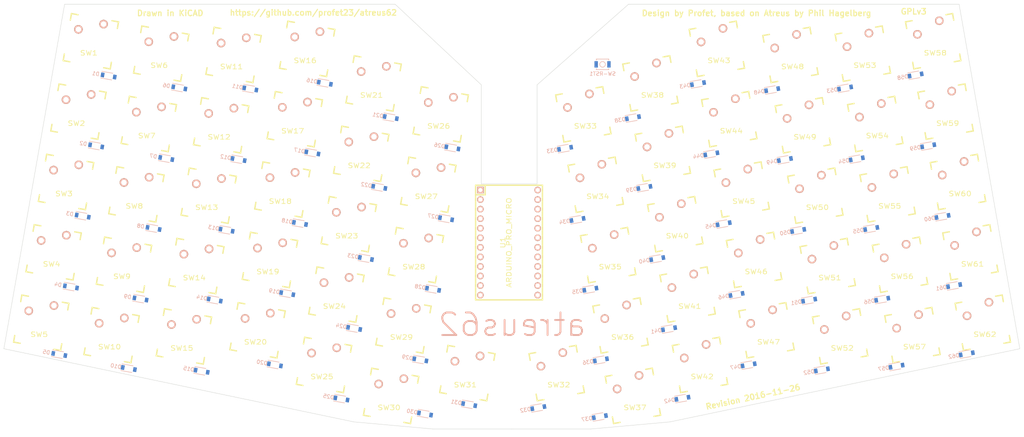
<source format=kicad_pcb>
(kicad_pcb (version 20211014) (generator pcbnew)
  (layers (0 "F.Cu" signal) (31 "B.Cu" signal) (34 "B.Paste" user) (35 "F.Paste" user) (36 "B.SilkS" user "B.Silkscreen") (37 "F.SilkS" user "F.Silkscreen") (38 "B.Mask" user) (39 "F.Mask" user) (44 "Edge.Cuts" user))
  (net 0 "")
  (net 1 "Net-(D1-Pad1)")
  (net 2 "/COL0")
  (net 3 "Net-(D2-Pad1)")
  (net 4 "Net-(D3-Pad1)")
  (net 5 "Net-(D4-Pad1)")
  (net 6 "Net-(D5-Pad1)")
  (net 7 "Net-(D6-Pad1)")
  (net 8 "/COL1")
  (net 9 "Net-(D7-Pad1)")
  (net 10 "Net-(D8-Pad1)")
  (net 11 "Net-(D9-Pad1)")
  (net 12 "Net-(D10-Pad1)")
  (net 13 "Net-(D11-Pad1)")
  (net 14 "/COL2")
  (net 15 "Net-(D12-Pad1)")
  (net 16 "Net-(D13-Pad1)")
  (net 17 "Net-(D14-Pad1)")
  (net 18 "Net-(D15-Pad1)")
  (net 19 "Net-(D16-Pad1)")
  (net 20 "/COL3")
  (net 21 "Net-(D17-Pad1)")
  (net 22 "Net-(D18-Pad1)")
  (net 23 "Net-(D19-Pad1)")
  (net 24 "Net-(D20-Pad1)")
  (net 25 "Net-(D21-Pad1)")
  (net 26 "/COL4")
  (net 27 "Net-(D22-Pad1)")
  (net 28 "Net-(D23-Pad1)")
  (net 29 "Net-(D24-Pad1)")
  (net 30 "Net-(D25-Pad1)")
  (net 31 "Net-(D26-Pad1)")
  (net 32 "/COL5")
  (net 33 "Net-(D27-Pad1)")
  (net 34 "Net-(D28-Pad1)")
  (net 35 "Net-(D29-Pad1)")
  (net 36 "Net-(D30-Pad1)")
  (net 37 "Net-(D31-Pad1)")
  (net 38 "/COL6")
  (net 39 "Net-(D32-Pad1)")
  (net 40 "Net-(D33-Pad1)")
  (net 41 "/COL7")
  (net 42 "Net-(D34-Pad1)")
  (net 43 "Net-(D35-Pad1)")
  (net 44 "Net-(D36-Pad1)")
  (net 45 "Net-(D37-Pad1)")
  (net 46 "Net-(D38-Pad1)")
  (net 47 "/COL8")
  (net 48 "Net-(D39-Pad1)")
  (net 49 "Net-(D40-Pad1)")
  (net 50 "Net-(D41-Pad1)")
  (net 51 "Net-(D42-Pad1)")
  (net 52 "Net-(D43-Pad1)")
  (net 53 "/COL9")
  (net 54 "Net-(D44-Pad1)")
  (net 55 "Net-(D45-Pad1)")
  (net 56 "Net-(D46-Pad1)")
  (net 57 "Net-(D47-Pad1)")
  (net 58 "Net-(D48-Pad1)")
  (net 59 "/COL10")
  (net 60 "Net-(D49-Pad1)")
  (net 61 "Net-(D50-Pad1)")
  (net 62 "Net-(D51-Pad1)")
  (net 63 "Net-(D52-Pad1)")
  (net 64 "Net-(D53-Pad1)")
  (net 65 "/COL11")
  (net 66 "Net-(D54-Pad1)")
  (net 67 "Net-(D55-Pad1)")
  (net 68 "Net-(D56-Pad1)")
  (net 69 "Net-(D57-Pad1)")
  (net 70 "Net-(D58-Pad1)")
  (net 71 "/COL12")
  (net 72 "Net-(D59-Pad1)")
  (net 73 "Net-(D60-Pad1)")
  (net 74 "Net-(D61-Pad1)")
  (net 75 "Net-(D62-Pad1)")
  (net 76 "/ROW4")
  (net 77 "/ROW3")
  (net 78 "/ROW2")
  (net 79 "/ROW1")
  (net 80 "/ROW0")
  (net 81 "GND")
  (net 82 "VCC")
  (net 83 "Net-(U1-Pad24)")
  (net 84 "Net-(SW-RST1-Pad2)")
  (footprint "Diodes_SMD:SOD-123" (layer "F.Cu") (at 37.74 78.9 -10)
    (fp_text reference "D2" (at -3.5 0 -10) (layer "B.SilkS") (effects (justify mirror)))
    (fp_text value "DIODE")
    (pad "1" smd rect locked (at -1.635 0 350) (size 0.91 1.22) (layers "B.Cu" "B.Paste" "B.Mask") (net 3 "Net-(D2-Pad1)"))
    (pad "2" smd rect locked (at 1.635 0 350) (size 0.91 1.22) (layers "B.Cu" "B.Paste" "B.Mask") (net 2 "/COL0"))
  )
  (footprint "footprints:CHERRY_PCB_100H" (layer "F.Cu") (at 36.327289 51.077115 -10)
    (fp_text reference "SW1" (at 0 3.175) (layer "F.SilkS") (effects (font (size 1.27 1.524) (thickness 0.2032))))
    (fp_text value "SWITCH_PUSH" hide)
    (pad "" np_thru_hole circle locked (at 0 0) (size 3.9878 3.9878) (drill 3.9878) (layers *.Cu))
    (pad "" np_thru_hole circle locked (at -5.08 0) (size 1.7018 1.7018) (drill 1.7018) (layers *.Cu))
    (pad "" np_thru_hole circle locked (at 5.08 0) (size 1.7018 1.7018) (drill 1.7018) (layers *.Cu))
    (pad "1" thru_hole circle locked (at 2.54 -5.08) (size 2.286 2.286) (drill 1.4986) (layers *.Cu *.SilkS *.Mask) (net 76 "/ROW4"))
    (pad "2" thru_hole circle locked (at -3.81 -2.54) (size 2.286 2.286) (drill 1.4986) (layers *.Cu *.SilkS *.Mask) (net 1 "Net-(D1-Pad1)"))
  )
  (footprint "footprints:CHERRY_PCB_100H" (layer "F.Cu") (at 33.027974 69.788462 -10)
    (fp_text reference "SW2" (at 0 3.175) (layer "F.SilkS") (effects (font (size 1.27 1.524) (thickness 0.2032))))
    (fp_text value "SWITCH_PUSH" hide)
    (pad "" np_thru_hole circle locked (at -5.08 0) (size 1.7018 1.7018) (drill 1.7018) (layers *.Cu))
    (pad "" np_thru_hole circle locked (at 5.08 0) (size 1.7018 1.7018) (drill 1.7018) (layers *.Cu))
    (pad "" np_thru_hole circle locked (at 0 0) (size 3.9878 3.9878) (drill 3.9878) (layers *.Cu))
    (pad "1" thru_hole circle locked (at 2.54 -5.08) (size 2.286 2.286) (drill 1.4986) (layers *.Cu *.SilkS *.Mask) (net 77 "/ROW3"))
    (pad "2" thru_hole circle locked (at -3.81 -2.54) (size 2.286 2.286) (drill 1.4986) (layers *.Cu *.SilkS *.Mask) (net 3 "Net-(D2-Pad1)"))
  )
  (footprint "footprints:CHERRY_PCB_100H" (layer "F.Cu") (at 29.728658 88.499809 -10)
    (fp_text reference "SW3" (at 0 3.175) (layer "F.SilkS") (effects (font (size 1.27 1.524) (thickness 0.2032))))
    (fp_text value "SWITCH_PUSH" hide)
    (pad "" np_thru_hole circle locked (at 0 0) (size 3.9878 3.9878) (drill 3.9878) (layers *.Cu))
    (pad "" np_thru_hole circle locked (at -5.08 0) (size 1.7018 1.7018) (drill 1.7018) (layers *.Cu))
    (pad "" np_thru_hole circle locked (at 5.08 0) (size 1.7018 1.7018) (drill 1.7018) (layers *.Cu))
    (pad "1" thru_hole circle locked (at 2.54 -5.08) (size 2.286 2.286) (drill 1.4986) (layers *.Cu *.SilkS *.Mask) (net 78 "/ROW2"))
    (pad "2" thru_hole circle locked (at -3.81 -2.54) (size 2.286 2.286) (drill 1.4986) (layers *.Cu *.SilkS *.Mask) (net 4 "Net-(D3-Pad1)"))
  )
  (footprint "footprints:CHERRY_PCB_100H" (layer "F.Cu") (at 26.429343 107.211157 -10)
    (fp_text reference "SW4" (at 0 3.175) (layer "F.SilkS") (effects (font (size 1.27 1.524) (thickness 0.2032))))
    (fp_text value "SWITCH_PUSH" hide)
    (pad "" np_thru_hole circle locked (at -5.08 0) (size 1.7018 1.7018) (drill 1.7018) (layers *.Cu))
    (pad "" np_thru_hole circle locked (at 5.08 0) (size 1.7018 1.7018) (drill 1.7018) (layers *.Cu))
    (pad "" np_thru_hole circle locked (at 0 0) (size 3.9878 3.9878) (drill 3.9878) (layers *.Cu))
    (pad "1" thru_hole circle locked (at 2.54 -5.08) (size 2.286 2.286) (drill 1.4986) (layers *.Cu *.SilkS *.Mask) (net 79 "/ROW1"))
    (pad "2" thru_hole circle locked (at -3.81 -2.54) (size 2.286 2.286) (drill 1.4986) (layers *.Cu *.SilkS *.Mask) (net 5 "Net-(D4-Pad1)"))
  )
  (footprint "footprints:CHERRY_PCB_100H" (layer "F.Cu") (at 23.130027 125.922504 -10)
    (fp_text reference "SW5" (at 0 3.175) (layer "F.SilkS") (effects (font (size 1.27 1.524) (thickness 0.2032))))
    (fp_text value "SWITCH_PUSH" hide)
    (pad "" np_thru_hole circle locked (at 0 0) (size 3.9878 3.9878) (drill 3.9878) (layers *.Cu))
    (pad "" np_thru_hole circle locked (at 5.08 0) (size 1.7018 1.7018) (drill 1.7018) (layers *.Cu))
    (pad "" np_thru_hole circle locked (at -5.08 0) (size 1.7018 1.7018) (drill 1.7018) (layers *.Cu))
    (pad "1" thru_hole circle locked (at 2.54 -5.08) (size 2.286 2.286) (drill 1.4986) (layers *.Cu *.SilkS *.Mask) (net 80 "/ROW0"))
    (pad "2" thru_hole circle locked (at -3.81 -2.54) (size 2.286 2.286) (drill 1.4986) (layers *.Cu *.SilkS *.Mask) (net 6 "Net-(D5-Pad1)"))
  )
  (footprint "footprints:CHERRY_PCB_100H" (layer "F.Cu") (at 55.038636 54.37643 -10)
    (fp_text reference "SW6" (at 0 3.175) (layer "F.SilkS") (effects (font (size 1.27 1.524) (thickness 0.2032))))
    (fp_text value "SWITCH_PUSH" hide)
    (pad "" np_thru_hole circle locked (at 5.08 0) (size 1.7018 1.7018) (drill 1.7018) (layers *.Cu))
    (pad "" np_thru_hole circle locked (at 0 0) (size 3.9878 3.9878) (drill 3.9878) (layers *.Cu))
    (pad "" np_thru_hole circle locked (at -5.08 0) (size 1.7018 1.7018) (drill 1.7018) (layers *.Cu))
    (pad "1" thru_hole circle locked (at 2.54 -5.08) (size 2.286 2.286) (drill 1.4986) (layers *.Cu *.SilkS *.Mask) (net 76 "/ROW4"))
    (pad "2" thru_hole circle locked (at -3.81 -2.54) (size 2.286 2.286) (drill 1.4986) (layers *.Cu *.SilkS *.Mask) (net 7 "Net-(D6-Pad1)"))
  )
  (footprint "footprints:CHERRY_PCB_100H" (layer "F.Cu") (at 51.739321 73.087777 -10)
    (fp_text reference "SW7" (at 0 3.175) (layer "F.SilkS") (effects (font (size 1.27 1.524) (thickness 0.2032))))
    (fp_text value "SWITCH_PUSH" hide)
    (pad "" np_thru_hole circle locked (at 0 0) (size 3.9878 3.9878) (drill 3.9878) (layers *.Cu))
    (pad "" np_thru_hole circle locked (at -5.08 0) (size 1.7018 1.7018) (drill 1.7018) (layers *.Cu))
    (pad "" np_thru_hole circle locked (at 5.08 0) (size 1.7018 1.7018) (drill 1.7018) (layers *.Cu))
    (pad "1" thru_hole circle locked (at 2.54 -5.08) (size 2.286 2.286) (drill 1.4986) (layers *.Cu *.SilkS *.Mask) (net 77 "/ROW3"))
    (pad "2" thru_hole circle locked (at -3.81 -2.54) (size 2.286 2.286) (drill 1.4986) (layers *.Cu *.SilkS *.Mask) (net 9 "Net-(D7-Pad1)"))
  )
  (footprint "footprints:CHERRY_PCB_100H" (layer "F.Cu") (at 48.440006 91.799125 -10)
    (fp_text reference "SW8" (at 0 3.175) (layer "F.SilkS") (effects (font (size 1.27 1.524) (thickness 0.2032))))
    (fp_text value "SWITCH_PUSH" hide)
    (pad "" np_thru_hole circle locked (at -5.08 0) (size 1.7018 1.7018) (drill 1.7018) (layers *.Cu))
    (pad "" np_thru_hole circle locked (at 5.08 0) (size 1.7018 1.7018) (drill 1.7018) (layers *.Cu))
    (pad "" np_thru_hole circle locked (at 0 0) (size 3.9878 3.9878) (drill 3.9878) (layers *.Cu))
    (pad "1" thru_hole circle locked (at 2.54 -5.08) (size 2.286 2.286) (drill 1.4986) (layers *.Cu *.SilkS *.Mask) (net 78 "/ROW2"))
    (pad "2" thru_hole circle locked (at -3.81 -2.54) (size 2.286 2.286) (drill 1.4986) (layers *.Cu *.SilkS *.Mask) (net 10 "Net-(D8-Pad1)"))
  )
  (footprint "footprints:CHERRY_PCB_100H" (layer "F.Cu") (at 45.14069 110.510472 -10)
    (fp_text reference "SW9" (at 0 3.175) (layer "F.SilkS") (effects (font (size 1.27 1.524) (thickness 0.2032))))
    (fp_text value "SWITCH_PUSH" hide)
    (pad "" np_thru_hole circle locked (at 0 0) (size 3.9878 3.9878) (drill 3.9878) (layers *.Cu))
    (pad "" np_thru_hole circle locked (at 5.08 0) (size 1.7018 1.7018) (drill 1.7018) (layers *.Cu))
    (pad "" np_thru_hole circle locked (at -5.08 0) (size 1.7018 1.7018) (drill 1.7018) (layers *.Cu))
    (pad "1" thru_hole circle locked (at 2.54 -5.08) (size 2.286 2.286) (drill 1.4986) (layers *.Cu *.SilkS *.Mask) (net 79 "/ROW1"))
    (pad "2" thru_hole circle locked (at -3.81 -2.54) (size 2.286 2.286) (drill 1.4986) (layers *.Cu *.SilkS *.Mask) (net 11 "Net-(D9-Pad1)"))
  )
  (footprint "footprints:CHERRY_PCB_100H" (layer "F.Cu") (at 41.841375 129.221819 -10)
    (fp_text reference "SW10" (at 0 3.175) (layer "F.SilkS") (effects (font (size 1.27 1.524) (thickness 0.2032))))
    (fp_text value "SWITCH_PUSH" hide)
    (pad "" np_thru_hole circle locked (at 5.08 0) (size 1.7018 1.7018) (drill 1.7018) (layers *.Cu))
    (pad "" np_thru_hole circle locked (at 0 0) (size 3.9878 3.9878) (drill 3.9878) (layers *.Cu))
    (pad "" np_thru_hole circle locked (at -5.08 0) (size 1.7018 1.7018) (drill 1.7018) (layers *.Cu))
    (pad "1" thru_hole circle locked (at 2.54 -5.08) (size 2.286 2.286) (drill 1.4986) (layers *.Cu *.SilkS *.Mask) (net 80 "/ROW0"))
    (pad "2" thru_hole circle locked (at -3.81 -2.54) (size 2.286 2.286) (drill 1.4986) (layers *.Cu *.SilkS *.Mask) (net 12 "Net-(D10-Pad1)"))
  )
  (footprint "footprints:CHERRY_PCB_100H" (layer "F.Cu") (at 74.270928 54.721322 -10)
    (fp_text reference "SW11" (at 0 3.175) (layer "F.SilkS") (effects (font (size 1.27 1.524) (thickness 0.2032))))
    (fp_text value "SWITCH_PUSH" hide)
    (pad "" np_thru_hole circle locked (at 0 0) (size 3.9878 3.9878) (drill 3.9878) (layers *.Cu))
    (pad "" np_thru_hole circle locked (at -5.08 0) (size 1.7018 1.7018) (drill 1.7018) (layers *.Cu))
    (pad "" np_thru_hole circle locked (at 5.08 0) (size 1.7018 1.7018) (drill 1.7018) (layers *.Cu))
    (pad "1" thru_hole circle locked (at 2.54 -5.08) (size 2.286 2.286) (drill 1.4986) (layers *.Cu *.SilkS *.Mask) (net 76 "/ROW4"))
    (pad "2" thru_hole circle locked (at -3.81 -2.54) (size 2.286 2.286) (drill 1.4986) (layers *.Cu *.SilkS *.Mask) (net 13 "Net-(D11-Pad1)"))
  )
  (footprint "footprints:CHERRY_PCB_100H" (layer "F.Cu") (at 70.971613 73.43267 -10)
    (fp_text reference "SW12" (at 0 3.175) (layer "F.SilkS") (effects (font (size 1.27 1.524) (thickness 0.2032))))
    (fp_text value "SWITCH_PUSH" hide)
    (pad "" np_thru_hole circle locked (at 0 0) (size 3.9878 3.9878) (drill 3.9878) (layers *.Cu))
    (pad "" np_thru_hole circle locked (at -5.08 0) (size 1.7018 1.7018) (drill 1.7018) (layers *.Cu))
    (pad "" np_thru_hole circle locked (at 5.08 0) (size 1.7018 1.7018) (drill 1.7018) (layers *.Cu))
    (pad "1" thru_hole circle locked (at 2.54 -5.08) (size 2.286 2.286) (drill 1.4986) (layers *.Cu *.SilkS *.Mask) (net 77 "/ROW3"))
    (pad "2" thru_hole circle locked (at -3.81 -2.54) (size 2.286 2.286) (drill 1.4986) (layers *.Cu *.SilkS *.Mask) (net 15 "Net-(D12-Pad1)"))
  )
  (footprint "footprints:CHERRY_PCB_100H" (layer "F.Cu") (at 67.672297 92.144017 -10)
    (fp_text reference "SW13" (at 0 3.175) (layer "F.SilkS") (effects (font (size 1.27 1.524) (thickness 0.2032))))
    (fp_text value "SWITCH_PUSH" hide)
    (pad "" np_thru_hole circle locked (at 5.08 0) (size 1.7018 1.7018) (drill 1.7018) (layers *.Cu))
    (pad "" np_thru_hole circle locked (at -5.08 0) (size 1.7018 1.7018) (drill 1.7018) (layers *.Cu))
    (pad "" np_thru_hole circle locked (at 0 0) (size 3.9878 3.9878) (drill 3.9878) (layers *.Cu))
    (pad "1" thru_hole circle locked (at 2.54 -5.08) (size 2.286 2.286) (drill 1.4986) (layers *.Cu *.SilkS *.Mask) (net 78 "/ROW2"))
    (pad "2" thru_hole circle locked (at -3.81 -2.54) (size 2.286 2.286) (drill 1.4986) (layers *.Cu *.SilkS *.Mask) (net 16 "Net-(D13-Pad1)"))
  )
  (footprint "footprints:CHERRY_PCB_100H" (layer "F.Cu") (at 64.372982 110.855364 -10)
    (fp_text reference "SW14" (at 0 3.175) (layer "F.SilkS") (effects (font (size 1.27 1.524) (thickness 0.2032))))
    (fp_text value "SWITCH_PUSH" hide)
    (pad "" np_thru_hole circle locked (at 5.08 0) (size 1.7018 1.7018) (drill 1.7018) (layers *.Cu))
    (pad "" np_thru_hole circle locked (at 0 0) (size 3.9878 3.9878) (drill 3.9878) (layers *.Cu))
    (pad "" np_thru_hole circle locked (at -5.08 0) (size 1.7018 1.7018) (drill 1.7018) (layers *.Cu))
    (pad "1" thru_hole circle locked (at 2.54 -5.08) (size 2.286 2.286) (drill 1.4986) (layers *.Cu *.SilkS *.Mask) (net 79 "/ROW1"))
    (pad "2" thru_hole circle locked (at -3.81 -2.54) (size 2.286 2.286) (drill 1.4986) (layers *.Cu *.SilkS *.Mask) (net 17 "Net-(D14-Pad1)"))
  )
  (footprint "footprints:CHERRY_PCB_100H" (layer "F.Cu") (at 61.073667 129.566711 -10)
    (fp_text reference "SW15" (at 0 3.175) (layer "F.SilkS") (effects (font (size 1.27 1.524) (thickness 0.2032))))
    (fp_text value "SWITCH_PUSH" hide)
    (pad "" np_thru_hole circle locked (at 0 0) (size 3.9878 3.9878) (drill 3.9878) (layers *.Cu))
    (pad "" np_thru_hole circle locked (at -5.08 0) (size 1.7018 1.7018) (drill 1.7018) (layers *.Cu))
    (pad "" np_thru_hole circle locked (at 5.08 0) (size 1.7018 1.7018) (drill 1.7018) (layers *.Cu))
    (pad "1" thru_hole circle locked (at 2.54 -5.08) (size 2.286 2.286) (drill 1.4986) (layers *.Cu *.SilkS *.Mask) (net 80 "/ROW0"))
    (pad "2" thru_hole circle locked (at -3.81 -2.54) (size 2.286 2.286) (drill 1.4986) (layers *.Cu *.SilkS *.Mask) (net 18 "Net-(D15-Pad1)"))
  )
  (footprint "footprints:CHERRY_PCB_100H" (layer "F.Cu") (at 93.850516 53.096599 -10)
    (fp_text reference "SW16" (at 0 3.175) (layer "F.SilkS") (effects (font (size 1.27 1.524) (thickness 0.2032))))
    (fp_text value "SWITCH_PUSH" hide)
    (pad "" np_thru_hole circle locked (at -5.08 0) (size 1.7018 1.7018) (drill 1.7018) (layers *.Cu))
    (pad "" np_thru_hole circle locked (at 0 0) (size 3.9878 3.9878) (drill 3.9878) (layers *.Cu))
    (pad "" np_thru_hole circle locked (at 5.08 0) (size 1.7018 1.7018) (drill 1.7018) (layers *.Cu))
    (pad "1" thru_hole circle locked (at 2.54 -5.08) (size 2.286 2.286) (drill 1.4986) (layers *.Cu *.SilkS *.Mask) (net 76 "/ROW4"))
    (pad "2" thru_hole circle locked (at -3.81 -2.54) (size 2.286 2.286) (drill 1.4986) (layers *.Cu *.SilkS *.Mask) (net 19 "Net-(D16-Pad1)"))
  )
  (footprint "footprints:CHERRY_PCB_100H" (layer "F.Cu") (at 90.551201 71.807946 -10)
    (fp_text reference "SW17" (at 0 3.175) (layer "F.SilkS") (effects (font (size 1.27 1.524) (thickness 0.2032))))
    (fp_text value "SWITCH_PUSH" hide)
    (pad "" np_thru_hole circle locked (at -5.08 0) (size 1.7018 1.7018) (drill 1.7018) (layers *.Cu))
    (pad "" np_thru_hole circle locked (at 5.08 0) (size 1.7018 1.7018) (drill 1.7018) (layers *.Cu))
    (pad "" np_thru_hole circle locked (at 0 0) (size 3.9878 3.9878) (drill 3.9878) (layers *.Cu))
    (pad "1" thru_hole circle locked (at 2.54 -5.08) (size 2.286 2.286) (drill 1.4986) (layers *.Cu *.SilkS *.Mask) (net 77 "/ROW3"))
    (pad "2" thru_hole circle locked (at -3.81 -2.54) (size 2.286 2.286) (drill 1.4986) (layers *.Cu *.SilkS *.Mask) (net 21 "Net-(D17-Pad1)"))
  )
  (footprint "footprints:CHERRY_PCB_100H" (layer "F.Cu") (at 87.251886 90.519293 -10)
    (fp_text reference "SW18" (at 0 3.175) (layer "F.SilkS") (effects (font (size 1.27 1.524) (thickness 0.2032))))
    (fp_text value "SWITCH_PUSH" hide)
    (pad "" np_thru_hole circle locked (at -5.08 0) (size 1.7018 1.7018) (drill 1.7018) (layers *.Cu))
    (pad "" np_thru_hole circle locked (at 0 0) (size 3.9878 3.9878) (drill 3.9878) (layers *.Cu))
    (pad "" np_thru_hole circle locked (at 5.08 0) (size 1.7018 1.7018) (drill 1.7018) (layers *.Cu))
    (pad "1" thru_hole circle locked (at 2.54 -5.08) (size 2.286 2.286) (drill 1.4986) (layers *.Cu *.SilkS *.Mask) (net 78 "/ROW2"))
    (pad "2" thru_hole circle locked (at -3.81 -2.54) (size 2.286 2.286) (drill 1.4986) (layers *.Cu *.SilkS *.Mask) (net 22 "Net-(D18-Pad1)"))
  )
  (footprint "footprints:CHERRY_PCB_100H" (layer "F.Cu") (at 83.95257 109.230641 -10)
    (fp_text reference "SW19" (at 0 3.175) (layer "F.SilkS") (effects (font (size 1.27 1.524) (thickness 0.2032))))
    (fp_text value "SWITCH_PUSH" hide)
    (pad "" np_thru_hole circle locked (at -5.08 0) (size 1.7018 1.7018) (drill 1.7018) (layers *.Cu))
    (pad "" np_thru_hole circle locked (at 5.08 0) (size 1.7018 1.7018) (drill 1.7018) (layers *.Cu))
    (pad "" np_thru_hole circle locked (at 0 0) (size 3.9878 3.9878) (drill 3.9878) (layers *.Cu))
    (pad "1" thru_hole circle locked (at 2.54 -5.08) (size 2.286 2.286) (drill 1.4986) (layers *.Cu *.SilkS *.Mask) (net 79 "/ROW1"))
    (pad "2" thru_hole circle locked (at -3.81 -2.54) (size 2.286 2.286) (drill 1.4986) (layers *.Cu *.SilkS *.Mask) (net 23 "Net-(D19-Pad1)"))
  )
  (footprint "footprints:CHERRY_PCB_100H" (layer "F.Cu") (at 80.653255 127.941988 -10)
    (fp_text reference "SW20" (at 0 3.175) (layer "F.SilkS") (effects (font (size 1.27 1.524) (thickness 0.2032))))
    (fp_text value "SWITCH_PUSH" hide)
    (pad "" np_thru_hole circle locked (at -5.08 0) (size 1.7018 1.7018) (drill 1.7018) (layers *.Cu))
    (pad "" np_thru_hole circle locked (at 0 0) (size 3.9878 3.9878) (drill 3.9878) (layers *.Cu))
    (pad "" np_thru_hole circle locked (at 5.08 0) (size 1.7018 1.7018) (drill 1.7018) (layers *.Cu))
    (pad "1" thru_hole circle locked (at 2.54 -5.08) (size 2.286 2.286) (drill 1.4986) (layers *.Cu *.SilkS *.Mask) (net 80 "/ROW0"))
    (pad "2" thru_hole circle locked (at -3.81 -2.54) (size 2.286 2.286) (drill 1.4986) (layers *.Cu *.SilkS *.Mask) (net 24 "Net-(D20-Pad1)"))
  )
  (footprint "footprints:CHERRY_PCB_100H" (layer "F.Cu") (at 111.519975 62.304761 -10)
    (fp_text reference "SW21" (at 0 3.175) (layer "F.SilkS") (effects (font (size 1.27 1.524) (thickness 0.2032))))
    (fp_text value "SWITCH_PUSH" hide)
    (pad "" np_thru_hole circle locked (at 5.08 0) (size 1.7018 1.7018) (drill 1.7018) (layers *.Cu))
    (pad "" np_thru_hole circle locked (at 0 0) (size 3.9878 3.9878) (drill 3.9878) (layers *.Cu))
    (pad "" np_thru_hole circle locked (at -5.08 0) (size 1.7018 1.7018) (drill 1.7018) (layers *.Cu))
    (pad "1" thru_hole circle locked (at 2.54 -5.08) (size 2.286 2.286) (drill 1.4986) (layers *.Cu *.SilkS *.Mask) (net 76 "/ROW4"))
    (pad "2" thru_hole circle locked (at -3.81 -2.54) (size 2.286 2.286) (drill 1.4986) (layers *.Cu *.SilkS *.Mask) (net 25 "Net-(D21-Pad1)"))
  )
  (footprint "footprints:CHERRY_PCB_100H" (layer "F.Cu") (at 108.220659 81.016108 -10)
    (fp_text reference "SW22" (at 0 3.175) (layer "F.SilkS") (effects (font (size 1.27 1.524) (thickness 0.2032))))
    (fp_text value "SWITCH_PUSH" hide)
    (pad "" np_thru_hole circle locked (at 0 0) (size 3.9878 3.9878) (drill 3.9878) (layers *.Cu))
    (pad "" np_thru_hole circle locked (at -5.08 0) (size 1.7018 1.7018) (drill 1.7018) (layers *.Cu))
    (pad "" np_thru_hole circle locked (at 5.08 0) (size 1.7018 1.7018) (drill 1.7018) (layers *.Cu))
    (pad "1" thru_hole circle locked (at 2.54 -5.08) (size 2.286 2.286) (drill 1.4986) (layers *.Cu *.SilkS *.Mask) (net 77 "/ROW3"))
    (pad "2" thru_hole circle locked (at -3.81 -2.54) (size 2.286 2.286) (drill 1.4986) (layers *.Cu *.SilkS *.Mask) (net 27 "Net-(D22-Pad1)"))
  )
  (footprint "footprints:CHERRY_PCB_100H" (layer "F.Cu") (at 104.921344 99.727455 -10)
    (fp_text reference "SW23" (at 0 3.175) (layer "F.SilkS") (effects (font (size 1.27 1.524) (thickness 0.2032))))
    (fp_text value "SWITCH_PUSH" hide)
    (pad "" np_thru_hole circle locked (at 0 0) (size 3.9878 3.9878) (drill 3.9878) (layers *.Cu))
    (pad "" np_thru_hole circle locked (at 5.08 0) (size 1.7018 1.7018) (drill 1.7018) (layers *.Cu))
    (pad "" np_thru_hole circle locked (at -5.08 0) (size 1.7018 1.7018) (drill 1.7018) (layers *.Cu))
    (pad "1" thru_hole circle locked (at 2.54 -5.08) (size 2.286 2.286) (drill 1.4986) (layers *.Cu *.SilkS *.Mask) (net 78 "/ROW2"))
    (pad "2" thru_hole circle locked (at -3.81 -2.54) (size 2.286 2.286) (drill 1.4986) (layers *.Cu *.SilkS *.Mask) (net 28 "Net-(D23-Pad1)"))
  )
  (footprint "footprints:CHERRY_PCB_100H" (layer "F.Cu") (at 101.622028 118.438803 -10)
    (fp_text reference "SW24" (at 0 3.175) (layer "F.SilkS") (effects (font (size 1.27 1.524) (thickness 0.2032))))
    (fp_text value "SWITCH_PUSH" hide)
    (pad "" np_thru_hole circle locked (at -5.08 0) (size 1.7018 1.7018) (drill 1.7018) (layers *.Cu))
    (pad "" np_thru_hole circle locked (at 0 0) (size 3.9878 3.9878) (drill 3.9878) (layers *.Cu))
    (pad "" np_thru_hole circle locked (at 5.08 0) (size 1.7018 1.7018) (drill 1.7018) (layers *.Cu))
    (pad "1" thru_hole circle locked (at 2.54 -5.08) (size 2.286 2.286) (drill 1.4986) (layers *.Cu *.SilkS *.Mask) (net 79 "/ROW1"))
    (pad "2" thru_hole circle locked (at -3.81 -2.54) (size 2.286 2.286) (drill 1.4986) (layers *.Cu *.SilkS *.Mask) (net 29 "Net-(D24-Pad1)"))
  )
  (footprint "footprints:CHERRY_PCB_100H" (layer "F.Cu") (at 98.322713 137.15015 -10)
    (fp_text reference "SW25" (at 0 3.175) (layer "F.SilkS") (effects (font (size 1.27 1.524) (thickness 0.2032))))
    (fp_text value "SWITCH_PUSH" hide)
    (pad "" np_thru_hole circle locked (at -5.08 0) (size 1.7018 1.7018) (drill 1.7018) (layers *.Cu))
    (pad "" np_thru_hole circle locked (at 5.08 0) (size 1.7018 1.7018) (drill 1.7018) (layers *.Cu))
    (pad "" np_thru_hole circle locked (at 0 0) (size 3.9878 3.9878) (drill 3.9878) (layers *.Cu))
    (pad "1" thru_hole circle locked (at 2.54 -5.08) (size 2.286 2.286) (drill 1.4986) (layers *.Cu *.SilkS *.Mask) (net 80 "/ROW0"))
    (pad "2" thru_hole circle locked (at -3.81 -2.54) (size 2.286 2.286) (drill 1.4986) (layers *.Cu *.SilkS *.Mask) (net 30 "Net-(D25-Pad1)"))
  )
  (footprint "footprints:CHERRY_PCB_100H" (layer "F.Cu") (at 129.363081 70.528115 -10)
    (fp_text reference "SW26" (at 0 3.175) (layer "F.SilkS") (effects (font (size 1.27 1.524) (thickness 0.2032))))
    (fp_text value "SWITCH_PUSH" hide)
    (pad "" np_thru_hole circle locked (at 5.08 0) (size 1.7018 1.7018) (drill 1.7018) (layers *.Cu))
    (pad "" np_thru_hole circle locked (at -5.08 0) (size 1.7018 1.7018) (drill 1.7018) (layers *.Cu))
    (pad "" np_thru_hole circle locked (at 0 0) (size 3.9878 3.9878) (drill 3.9878) (layers *.Cu))
    (pad "1" thru_hole circle locked (at 2.54 -5.08) (size 2.286 2.286) (drill 1.4986) (layers *.Cu *.SilkS *.Mask) (net 76 "/ROW4"))
    (pad "2" thru_hole circle locked (at -3.81 -2.54) (size 2.286 2.286) (drill 1.4986) (layers *.Cu *.SilkS *.Mask) (net 31 "Net-(D26-Pad1)"))
  )
  (footprint "footprints:CHERRY_PCB_100H" (layer "F.Cu") (at 126.063766 89.239462 -10)
    (fp_text reference "SW27" (at 0 3.175) (layer "F.SilkS") (effects (font (size 1.27 1.524) (thickness 0.2032))))
    (fp_text value "SWITCH_PUSH" hide)
    (pad "" np_thru_hole circle locked (at 5.08 0) (size 1.7018 1.7018) (drill 1.7018) (layers *.Cu))
    (pad "" np_thru_hole circle locked (at 0 0) (size 3.9878 3.9878) (drill 3.9878) (layers *.Cu))
    (pad "" np_thru_hole circle locked (at -5.08 0) (size 1.7018 1.7018) (drill 1.7018) (layers *.Cu))
    (pad "1" thru_hole circle locked (at 2.54 -5.08) (size 2.286 2.286) (drill 1.4986) (layers *.Cu *.SilkS *.Mask) (net 77 "/ROW3"))
    (pad "2" thru_hole circle locked (at -3.81 -2.54) (size 2.286 2.286) (drill 1.4986) (layers *.Cu *.SilkS *.Mask) (net 33 "Net-(D27-Pad1)"))
  )
  (footprint "footprints:CHERRY_PCB_100H" (layer "F.Cu") (at 122.76445 107.950809 -10)
    (fp_text reference "SW28" (at 0 3.175) (layer "F.SilkS") (effects (font (size 1.27 1.524) (thickness 0.2032))))
    (fp_text value "SWITCH_PUSH" hide)
    (pad "" np_thru_hole circle locked (at 0 0) (size 3.9878 3.9878) (drill 3.9878) (layers *.Cu))
    (pad "" np_thru_hole circle locked (at -5.08 0) (size 1.7018 1.7018) (drill 1.7018) (layers *.Cu))
    (pad "" np_thru_hole circle locked (at 5.08 0) (size 1.7018 1.7018) (drill 1.7018) (layers *.Cu))
    (pad "1" thru_hole circle locked (at 2.54 -5.08) (size 2.286 2.286) (drill 1.4986) (layers *.Cu *.SilkS *.Mask) (net 78 "/ROW2"))
    (pad "2" thru_hole circle locked (at -3.81 -2.54) (size 2.286 2.286) (drill 1.4986) (layers *.Cu *.SilkS *.Mask) (net 34 "Net-(D28-Pad1)"))
  )
  (footprint "footprints:CHERRY_PCB_100H" (layer "F.Cu") (at 119.465135 126.662157 -10)
    (fp_text reference "SW29" (at 0 3.175) (layer "F.SilkS") (effects (font (size 1.27 1.524) (thickness 0.2032))))
    (fp_text value "SWITCH_PUSH" hide)
    (pad "" np_thru_hole circle locked (at 0 0) (size 3.9878 3.9878) (drill 3.9878) (layers *.Cu))
    (pad "" np_thru_hole circle locked (at -5.08 0) (size 1.7018 1.7018) (drill 1.7018) (layers *.Cu))
    (pad "" np_thru_hole circle locked (at 5.08 0) (size 1.7018 1.7018) (drill 1.7018) (layers *.Cu))
    (pad "1" thru_hole circle locked (at 2.54 -5.08) (size 2.286 2.286) (drill 1.4986) (layers *.Cu *.SilkS *.Mask) (net 79 "/ROW1"))
    (pad "2" thru_hole circle locked (at -3.81 -2.54) (size 2.286 2.286) (drill 1.4986) (layers *.Cu *.SilkS *.Mask) (net 35 "Net-(D29-Pad1)"))
  )
  (footprint "footprints:CHERRY_PCB_100H" (layer "F.Cu") (at 116.165819 145.373504 -10)
    (fp_text reference "SW30" (at 0 3.175) (layer "F.SilkS") (effects (font (size 1.27 1.524) (thickness 0.2032))))
    (fp_text value "SWITCH_PUSH" hide)
    (pad "" np_thru_hole circle locked (at 0 0) (size 3.9878 3.9878) (drill 3.9878) (layers *.Cu))
    (pad "" np_thru_hole circle locked (at 5.08 0) (size 1.7018 1.7018) (drill 1.7018) (layers *.Cu))
    (pad "" np_thru_hole circle locked (at -5.08 0) (size 1.7018 1.7018) (drill 1.7018) (layers *.Cu))
    (pad "1" thru_hole circle locked (at 2.54 -5.08) (size 2.286 2.286) (drill 1.4986) (layers *.Cu *.SilkS *.Mask) (net 80 "/ROW0"))
    (pad "2" thru_hole circle locked (at -3.81 -2.54) (size 2.286 2.286) (drill 1.4986) (layers *.Cu *.SilkS *.Mask) (net 36 "Net-(D30-Pad1)"))
  )
  (footprint "footprints:CHERRY_PCB_100H" (layer "F.Cu") (at 136.44 139.32 -10)
    (fp_text reference "SW31" (at 0 3.175) (layer "F.SilkS") (effects (font (size 1.27 1.524) (thickness 0.2032))))
    (fp_text value "SWITCH_PUSH" hide)
    (pad "" np_thru_hole circle locked (at 0 0) (size 3.9878 3.9878) (drill 3.9878) (layers *.Cu))
    (pad "" np_thru_hole circle locked (at 5.08 0) (size 1.7018 1.7018) (drill 1.7018) (layers *.Cu))
    (pad "" np_thru_hole circle locked (at -5.08 0) (size 1.7018 1.7018) (drill 1.7018) (layers *.Cu))
    (pad "1" thru_hole circle locked (at 2.54 -5.08) (size 2.286 2.286) (drill 1.4986) (layers *.Cu *.SilkS *.Mask) (net 79 "/ROW1"))
    (pad "2" thru_hole circle locked (at -3.81 -2.54) (size 2.286 2.286) (drill 1.4986) (layers *.Cu *.SilkS *.Mask) (net 37 "Net-(D31-Pad1)"))
  )
  (footprint "footprints:CHERRY_PCB_100H" (layer "F.Cu") (at 160.194674 139.32 10)
    (fp_text reference "SW32" (at 0 3.175) (layer "F.SilkS") (effects (font (size 1.27 1.524) (thickness 0.2032))))
    (fp_text value "SWITCH_PUSH" hide)
    (pad "" np_thru_hole circle locked (at 5.08 0) (size 1.7018 1.7018) (drill 1.7018) (layers *.Cu))
    (pad "" np_thru_hole circle locked (at 0 0) (size 3.9878 3.9878) (drill 3.9878) (layers *.Cu))
    (pad "" np_thru_hole circle locked (at -5.08 0) (size 1.7018 1.7018) (drill 1.7018) (layers *.Cu))
    (pad "1" thru_hole circle locked (at 2.54 -5.08) (size 2.286 2.286) (drill 1.4986) (layers *.Cu *.SilkS *.Mask) (net 80 "/ROW0"))
    (pad "2" thru_hole circle locked (at -3.81 -2.54) (size 2.286 2.286) (drill 1.4986) (layers *.Cu *.SilkS *.Mask) (net 39 "Net-(D32-Pad1)"))
  )
  (footprint "footprints:CHERRY_PCB_100H" (layer "F.Cu") (at 167.271593 70.522015 10)
    (fp_text reference "SW33" (at 0 3.175) (layer "F.SilkS") (effects (font (size 1.27 1.524) (thickness 0.2032))))
    (fp_text value "SWITCH_PUSH" hide)
    (pad "" np_thru_hole circle locked (at 0 0) (size 3.9878 3.9878) (drill 3.9878) (layers *.Cu))
    (pad "" np_thru_hole circle locked (at 5.08 0) (size 1.7018 1.7018) (drill 1.7018) (layers *.Cu))
    (pad "" np_thru_hole circle locked (at -5.08 0) (size 1.7018 1.7018) (drill 1.7018) (layers *.Cu))
    (pad "1" thru_hole circle locked (at 2.54 -5.08) (size 2.286 2.286) (drill 1.4986) (layers *.Cu *.SilkS *.Mask) (net 76 "/ROW4"))
    (pad "2" thru_hole circle locked (at -3.81 -2.54) (size 2.286 2.286) (drill 1.4986) (layers *.Cu *.SilkS *.Mask) (net 40 "Net-(D33-Pad1)"))
  )
  (footprint "footprints:CHERRY_PCB_100H" (layer "F.Cu") (at 170.570908 89.233362 10)
    (fp_text reference "SW34" (at 0 3.175) (layer "F.SilkS") (effects (font (size 1.27 1.524) (thickness 0.2032))))
    (fp_text value "SWITCH_PUSH" hide)
    (pad "" np_thru_hole circle locked (at 0 0) (size 3.9878 3.9878) (drill 3.9878) (layers *.Cu))
    (pad "" np_thru_hole circle locked (at 5.08 0) (size 1.7018 1.7018) (drill 1.7018) (layers *.Cu))
    (pad "" np_thru_hole circle locked (at -5.08 0) (size 1.7018 1.7018) (drill 1.7018) (layers *.Cu))
    (pad "1" thru_hole circle locked (at 2.54 -5.08) (size 2.286 2.286) (drill 1.4986) (layers *.Cu *.SilkS *.Mask) (net 77 "/ROW3"))
    (pad "2" thru_hole circle locked (at -3.81 -2.54) (size 2.286 2.286) (drill 1.4986) (layers *.Cu *.SilkS *.Mask) (net 42 "Net-(D34-Pad1)"))
  )
  (footprint "footprints:CHERRY_PCB_100H" (layer "F.Cu") (at 173.870224 107.94471 10)
    (fp_text reference "SW35" (at 0 3.175) (layer "F.SilkS") (effects (font (size 1.27 1.524) (thickness 0.2032))))
    (fp_text value "SWITCH_PUSH" hide)
    (pad "" np_thru_hole circle locked (at 0 0) (size 3.9878 3.9878) (drill 3.9878) (layers *.Cu))
    (pad "" np_thru_hole circle locked (at 5.08 0) (size 1.7018 1.7018) (drill 1.7018) (layers *.Cu))
    (pad "" np_thru_hole circle locked (at -5.08 0) (size 1.7018 1.7018) (drill 1.7018) (layers *.Cu))
    (pad "1" thru_hole circle locked (at 2.54 -5.08) (size 2.286 2.286) (drill 1.4986) (layers *.Cu *.SilkS *.Mask) (net 78 "/ROW2"))
    (pad "2" thru_hole circle locked (at -3.81 -2.54) (size 2.286 2.286) (drill 1.4986) (layers *.Cu *.SilkS *.Mask) (net 43 "Net-(D35-Pad1)"))
  )
  (footprint "footprints:CHERRY_PCB_100H" (layer "F.Cu") (at 177.169539 126.656057 10)
    (fp_text reference "SW36" (at 0 3.175) (layer "F.SilkS") (effects (font (size 1.27 1.524) (thickness 0.2032))))
    (fp_text value "SWITCH_PUSH" hide)
    (pad "" np_thru_hole circle locked (at 0 0) (size 3.9878 3.9878) (drill 3.9878) (layers *.Cu))
    (pad "" np_thru_hole circle locked (at 5.08 0) (size 1.7018 1.7018) (drill 1.7018) (layers *.Cu))
    (pad "" np_thru_hole circle locked (at -5.08 0) (size 1.7018 1.7018) (drill 1.7018) (layers *.Cu))
    (pad "1" thru_hole circle locked (at 2.54 -5.08) (size 2.286 2.286) (drill 1.4986) (layers *.Cu *.SilkS *.Mask) (net 79 "/ROW1"))
    (pad "2" thru_hole circle locked (at -3.81 -2.54) (size 2.286 2.286) (drill 1.4986) (layers *.Cu *.SilkS *.Mask) (net 44 "Net-(D36-Pad1)"))
  )
  (footprint "footprints:CHERRY_PCB_100H" (layer "F.Cu") (at 180.468855 145.367404 10)
    (fp_text reference "SW37" (at 0 3.175) (layer "F.SilkS") (effects (font (size 1.27 1.524) (thickness 0.2032))))
    (fp_text value "SWITCH_PUSH" hide)
    (pad "" np_thru_hole circle locked (at 0 0) (size 3.9878 3.9878) (drill 3.9878) (layers *.Cu))
    (pad "" np_thru_hole circle locked (at -5.08 0) (size 1.7018 1.7018) (drill 1.7018) (layers *.Cu))
    (pad "" np_thru_hole circle locked (at 5.08 0) (size 1.7018 1.7018) (drill 1.7018) (layers *.Cu))
    (pad "1" thru_hole circle locked (at 2.54 -5.08) (size 2.286 2.286) (drill 1.4986) (layers *.Cu *.SilkS *.Mask) (net 80 "/ROW0"))
    (pad "2" thru_hole circle locked (at -3.81 -2.54) (size 2.286 2.286) (drill 1.4986) (layers *.Cu *.SilkS *.Mask) (net 45 "Net-(D37-Pad1)"))
  )
  (footprint "footprints:CHERRY_PCB_100H" (layer "F.Cu") (at 185.114699 62.298661 10)
    (fp_text reference "SW38" (at 0 3.175) (layer "F.SilkS") (effects (font (size 1.27 1.524) (thickness 0.2032))))
    (fp_text value "SWITCH_PUSH" hide)
    (pad "" np_thru_hole circle locked (at 0 0) (size 3.9878 3.9878) (drill 3.9878) (layers *.Cu))
    (pad "" np_thru_hole circle locked (at 5.08 0) (size 1.7018 1.7018) (drill 1.7018) (layers *.Cu))
    (pad "" np_thru_hole circle locked (at -5.08 0) (size 1.7018 1.7018) (drill 1.7018) (layers *.Cu))
    (pad "1" thru_hole circle locked (at 2.54 -5.08) (size 2.286 2.286) (drill 1.4986) (layers *.Cu *.SilkS *.Mask) (net 76 "/ROW4"))
    (pad "2" thru_hole circle locked (at -3.81 -2.54) (size 2.286 2.286) (drill 1.4986) (layers *.Cu *.SilkS *.Mask) (net 46 "Net-(D38-Pad1)"))
  )
  (footprint "footprints:CHERRY_PCB_100H" (layer "F.Cu") (at 188.414015 81.010008 10)
    (fp_text reference "SW39" (at 0 3.175) (layer "F.SilkS") (effects (font (size 1.27 1.524) (thickness 0.2032))))
    (fp_text value "SWITCH_PUSH" hide)
    (pad "" np_thru_hole circle locked (at -5.08 0) (size 1.7018 1.7018) (drill 1.7018) (layers *.Cu))
    (pad "" np_thru_hole circle locked (at 5.08 0) (size 1.7018 1.7018) (drill 1.7018) (layers *.Cu))
    (pad "" np_thru_hole circle locked (at 0 0) (size 3.9878 3.9878) (drill 3.9878) (layers *.Cu))
    (pad "1" thru_hole circle locked (at 2.54 -5.08) (size 2.286 2.286) (drill 1.4986) (layers *.Cu *.SilkS *.Mask) (net 77 "/ROW3"))
    (pad "2" thru_hole circle locked (at -3.81 -2.54) (size 2.286 2.286) (drill 1.4986) (layers *.Cu *.SilkS *.Mask) (net 48 "Net-(D39-Pad1)"))
  )
  (footprint "footprints:CHERRY_PCB_100H" (layer "F.Cu") (at 191.71333 99.721355 10)
    (fp_text reference "SW40" (at 0 3.175) (layer "F.SilkS") (effects (font (size 1.27 1.524) (thickness 0.2032))))
    (fp_text value "SWITCH_PUSH" hide)
    (pad "" np_thru_hole circle locked (at -5.08 0) (size 1.7018 1.7018) (drill 1.7018) (layers *.Cu))
    (pad "" np_thru_hole circle locked (at 5.08 0) (size 1.7018 1.7018) (drill 1.7018) (layers *.Cu))
    (pad "" np_thru_hole circle locked (at 0 0) (size 3.9878 3.9878) (drill 3.9878) (layers *.Cu))
    (pad "1" thru_hole circle locked (at 2.54 -5.08) (size 2.286 2.286) (drill 1.4986) (layers *.Cu *.SilkS *.Mask) (net 78 "/ROW2"))
    (pad "2" thru_hole circle locked (at -3.81 -2.54) (size 2.286 2.286) (drill 1.4986) (layers *.Cu *.SilkS *.Mask) (net 49 "Net-(D40-Pad1)"))
  )
  (footprint "footprints:CHERRY_PCB_100H" (layer "F.Cu") (at 195.012646 118.432703 10)
    (fp_text reference "SW41" (at 0 3.175) (layer "F.SilkS") (effects (font (size 1.27 1.524) (thickness 0.2032))))
    (fp_text value "SWITCH_PUSH" hide)
    (pad "" np_thru_hole circle locked (at 0 0) (size 3.9878 3.9878) (drill 3.9878) (layers *.Cu))
    (pad "" np_thru_hole circle locked (at 5.08 0) (size 1.7018 1.7018) (drill 1.7018) (layers *.Cu))
    (pad "" np_thru_hole circle locked (at -5.08 0) (size 1.7018 1.7018) (drill 1.7018) (layers *.Cu))
    (pad "1" thru_hole circle locked (at 2.54 -5.08) (size 2.286 2.286) (drill 1.4986) (layers *.Cu *.SilkS *.Mask) (net 79 "/ROW1"))
    (pad "2" thru_hole circle locked (at -3.81 -2.54) (size 2.286 2.286) (drill 1.4986) (layers *.Cu *.SilkS *.Mask) (net 50 "Net-(D41-Pad1)"))
  )
  (footprint "footprints:CHERRY_PCB_100H" (layer "F.Cu") (at 198.311961 137.14405 10)
    (fp_text reference "SW42" (at 0 3.175) (layer "F.SilkS") (effects (font (size 1.27 1.524) (thickness 0.2032))))
    (fp_text value "SWITCH_PUSH" hide)
    (pad "" np_thru_hole circle locked (at 0 0) (size 3.9878 3.9878) (drill 3.9878) (layers *.Cu))
    (pad "" np_thru_hole circle locked (at 5.08 0) (size 1.7018 1.7018) (drill 1.7018) (layers *.Cu))
    (pad "" np_thru_hole circle locked (at -5.08 0) (size 1.7018 1.7018) (drill 1.7018) (layers *.Cu))
    (pad "1" thru_hole circle locked (at 2.54 -5.08) (size 2.286 2.286) (drill 1.4986) (layers *.Cu *.SilkS *.Mask) (net 80 "/ROW0"))
    (pad "2" thru_hole circle locked (at -3.81 -2.54) (size 2.286 2.286) (drill 1.4986) (layers *.Cu *.SilkS *.Mask) (net 51 "Net-(D42-Pad1)"))
  )
  (footprint "footprints:CHERRY_PCB_100H" (layer "F.Cu") (at 202.784158 53.090499 10)
    (fp_text reference "SW43" (at 0 3.175) (layer "F.SilkS") (effects (font (size 1.27 1.524) (thickness 0.2032))))
    (fp_text value "SWITCH_PUSH" hide)
    (pad "" np_thru_hole circle locked (at 0 0) (size 3.9878 3.9878) (drill 3.9878) (layers *.Cu))
    (pad "" np_thru_hole circle locked (at 5.08 0) (size 1.7018 1.7018) (drill 1.7018) (layers *.Cu))
    (pad "" np_thru_hole circle locked (at -5.08 0) (size 1.7018 1.7018) (drill 1.7018) (layers *.Cu))
    (pad "1" thru_hole circle locked (at 2.54 -5.08) (size 2.286 2.286) (drill 1.4986) (layers *.Cu *.SilkS *.Mask) (net 76 "/ROW4"))
    (pad "2" thru_hole circle locked (at -3.81 -2.54) (size 2.286 2.286) (drill 1.4986) (layers *.Cu *.SilkS *.Mask) (net 52 "Net-(D43-Pad1)"))
  )
  (footprint "footprints:CHERRY_PCB_100H" (layer "F.Cu") (at 206.083473 71.801846 10)
    (fp_text reference "SW44" (at 0 3.175) (layer "F.SilkS") (effects (font (size 1.27 1.524) (thickness 0.2032))))
    (fp_text value "SWITCH_PUSH" hide)
    (pad "" np_thru_hole circle locked (at -5.08 0) (size 1.7018 1.7018) (drill 1.7018) (layers *.Cu))
    (pad "" np_thru_hole circle locked (at 5.08 0) (size 1.7018 1.7018) (drill 1.7018) (layers *.Cu))
    (pad "" np_thru_hole circle locked (at 0 0) (size 3.9878 3.9878) (drill 3.9878) (layers *.Cu))
    (pad "1" thru_hole circle locked (at 2.54 -5.08) (size 2.286 2.286) (drill 1.4986) (layers *.Cu *.SilkS *.Mask) (net 77 "/ROW3"))
    (pad "2" thru_hole circle locked (at -3.81 -2.54) (size 2.286 2.286) (drill 1.4986) (layers *.Cu *.SilkS *.Mask) (net 54 "Net-(D44-Pad1)"))
  )
  (footprint "footprints:CHERRY_PCB_100H" (layer "F.Cu") (at 209.382788 90.513194 10)
    (fp_text reference "SW45" (at 0 3.175) (layer "F.SilkS") (effects (font (size 1.27 1.524) (thickness 0.2032))))
    (fp_text value "SWITCH_PUSH" hide)
    (pad "" np_thru_hole circle locked (at 0 0) (size 3.9878 3.9878) (drill 3.9878) (layers *.Cu))
    (pad "" np_thru_hole circle locked (at -5.08 0) (size 1.7018 1.7018) (drill 1.7018) (layers *.Cu))
    (pad "" np_thru_hole circle locked (at 5.08 0) (size 1.7018 1.7018) (drill 1.7018) (layers *.Cu))
    (pad "1" thru_hole circle locked (at 2.54 -5.08) (size 2.286 2.286) (drill 1.4986) (layers *.Cu *.SilkS *.Mask) (net 78 "/ROW2"))
    (pad "2" thru_hole circle locked (at -3.81 -2.54) (size 2.286 2.286) (drill 1.4986) (layers *.Cu *.SilkS *.Mask) (net 55 "Net-(D45-Pad1)"))
  )
  (footprint "footprints:CHERRY_PCB_100H" (layer "F.Cu") (at 212.682104 109.224541 10)
    (fp_text reference "SW46" (at 0 3.175) (layer "F.SilkS") (effects (font (size 1.27 1.524) (thickness 0.2032))))
    (fp_text value "SWITCH_PUSH" hide)
    (pad "" np_thru_hole circle locked (at 0 0) (size 3.9878 3.9878) (drill 3.9878) (layers *.Cu))
    (pad "" np_thru_hole circle locked (at -5.08 0) (size 1.7018 1.7018) (drill 1.7018) (layers *.Cu))
    (pad "" np_thru_hole circle locked (at 5.08 0) (size 1.7018 1.7018) (drill 1.7018) (layers *.Cu))
    (pad "1" thru_hole circle locked (at 2.54 -5.08) (size 2.286 2.286) (drill 1.4986) (layers *.Cu *.SilkS *.Mask) (net 79 "/ROW1"))
    (pad "2" thru_hole circle locked (at -3.81 -2.54) (size 2.286 2.286) (drill 1.4986) (layers *.Cu *.SilkS *.Mask) (net 56 "Net-(D46-Pad1)"))
  )
  (footprint "footprints:CHERRY_PCB_100H" (layer "F.Cu") (at 215.981419 127.935888 10)
    (fp_text reference "SW47" (at 0 3.175) (layer "F.SilkS") (effects (font (size 1.27 1.524) (thickness 0.2032))))
    (fp_text value "SWITCH_PUSH" hide)
    (pad "" np_thru_hole circle locked (at 0 0) (size 3.9878 3.9878) (drill 3.9878) (layers *.Cu))
    (pad "" np_thru_hole circle locked (at -5.08 0) (size 1.7018 1.7018) (drill 1.7018) (layers *.Cu))
    (pad "" np_thru_hole circle locked (at 5.08 0) (size 1.7018 1.7018) (drill 1.7018) (layers *.Cu))
    (pad "1" thru_hole circle locked (at 2.54 -5.08) (size 2.286 2.286) (drill 1.4986) (layers *.Cu *.SilkS *.Mask) (net 80 "/ROW0"))
    (pad "2" thru_hole circle locked (at -3.81 -2.54) (size 2.286 2.286) (drill 1.4986) (layers *.Cu *.SilkS *.Mask) (net 57 "Net-(D47-Pad1)"))
  )
  (footprint "footprints:CHERRY_PCB_100H" (layer "F.Cu") (at 222.363746 54.715222 10)
    (fp_text reference "SW48" (at 0 3.175) (layer "F.SilkS") (effects (font (size 1.27 1.524) (thickness 0.2032))))
    (fp_text value "SWITCH_PUSH" hide)
    (pad "" np_thru_hole circle locked (at -5.08 0) (size 1.7018 1.7018) (drill 1.7018) (layers *.Cu))
    (pad "" np_thru_hole circle locked (at 5.08 0) (size 1.7018 1.7018) (drill 1.7018) (layers *.Cu))
    (pad "" np_thru_hole circle locked (at 0 0) (size 3.9878 3.9878) (drill 3.9878) (layers *.Cu))
    (pad "1" thru_hole circle locked (at 2.54 -5.08) (size 2.286 2.286) (drill 1.4986) (layers *.Cu *.SilkS *.Mask) (net 76 "/ROW4"))
    (pad "2" thru_hole circle locked (at -3.81 -2.54) (size 2.286 2.286) (drill 1.4986) (layers *.Cu *.SilkS *.Mask) (net 58 "Net-(D48-Pad1)"))
  )
  (footprint "footprints:CHERRY_PCB_100H" (layer "F.Cu") (at 225.663061 73.42657 10)
    (fp_text reference "SW49" (at 0 3.175) (layer "F.SilkS") (effects (font (size 1.27 1.524) (thickness 0.2032))))
    (fp_text value "SWITCH_PUSH" hide)
    (pad "" np_thru_hole circle locked (at 5.08 0) (size 1.7018 1.7018) (drill 1.7018) (layers *.Cu))
    (pad "" np_thru_hole circle locked (at 0 0) (size 3.9878 3.9878) (drill 3.9878) (layers *.Cu))
    (pad "" np_thru_hole circle locked (at -5.08 0) (size 1.7018 1.7018) (drill 1.7018) (layers *.Cu))
    (pad "1" thru_hole circle locked (at 2.54 -5.08) (size 2.286 2.286) (drill 1.4986) (layers *.Cu *.SilkS *.Mask) (net 77 "/ROW3"))
    (pad "2" thru_hole circle locked (at -3.81 -2.54) (size 2.286 2.286) (drill 1.4986) (layers *.Cu *.SilkS *.Mask) (net 60 "Net-(D49-Pad1)"))
  )
  (footprint "footprints:CHERRY_PCB_100H" (layer "F.Cu") (at 228.962377 92.137917 10)
    (fp_text reference "SW50" (at 0 3.175) (layer "F.SilkS") (effects (font (size 1.27 1.524) (thickness 0.2032))))
    (fp_text value "SWITCH_PUSH" hide)
    (pad "" np_thru_hole circle locked (at -5.08 0) (size 1.7018 1.7018) (drill 1.7018) (layers *.Cu))
    (pad "" np_thru_hole circle locked (at 0 0) (size 3.9878 3.9878) (drill 3.9878) (layers *.Cu))
    (pad "" np_thru_hole circle locked (at 5.08 0) (size 1.7018 1.7018) (drill 1.7018) (layers *.Cu))
    (pad "1" thru_hole circle locked (at 2.54 -5.08) (size 2.286 2.286) (drill 1.4986) (layers *.Cu *.SilkS *.Mask) (net 78 "/ROW2"))
    (pad "2" thru_hole circle locked (at -3.81 -2.54) (size 2.286 2.286) (drill 1.4986) (layers *.Cu *.SilkS *.Mask) (net 61 "Net-(D50-Pad1)"))
  )
  (footprint "footprints:CHERRY_PCB_100H" (layer "F.Cu") (at 232.261692 110.849264 10)
    (fp_text reference "SW51" (at 0 3.175) (layer "F.SilkS") (effects (font (size 1.27 1.524) (thickness 0.2032))))
    (fp_text value "SWITCH_PUSH" hide)
    (pad "" np_thru_hole circle locked (at 5.08 0) (size 1.7018 1.7018) (drill 1.7018) (layers *.Cu))
    (pad "" np_thru_hole circle locked (at -5.08 0) (size 1.7018 1.7018) (drill 1.7018) (layers *.Cu))
    (pad "" np_thru_hole circle locked (at 0 0) (size 3.9878 3.9878) (drill 3.9878) (layers *.Cu))
    (pad "1" thru_hole circle locked (at 2.54 -5.08) (size 2.286 2.286) (drill 1.4986) (layers *.Cu *.SilkS *.Mask) (net 79 "/ROW1"))
    (pad "2" thru_hole circle locked (at -3.81 -2.54) (size 2.286 2.286) (drill 1.4986) (layers *.Cu *.SilkS *.Mask) (net 62 "Net-(D51-Pad1)"))
  )
  (footprint "footprints:CHERRY_PCB_100H" (layer "F.Cu") (at 235.561007 129.560612 10)
    (fp_text reference "SW52" (at 0 3.175) (layer "F.SilkS") (effects (font (size 1.27 1.524) (thickness 0.2032))))
    (fp_text value "SWITCH_PUSH" hide)
    (pad "" np_thru_hole circle locked (at 0 0) (size 3.9878 3.9878) (drill 3.9878) (layers *.Cu))
    (pad "" np_thru_hole circle locked (at -5.08 0) (size 1.7018 1.7018) (drill 1.7018) (layers *.Cu))
    (pad "" np_thru_hole circle locked (at 5.08 0) (size 1.7018 1.7018) (drill 1.7018) (layers *.Cu))
    (pad "1" thru_hole circle locked (at 2.54 -5.08) (size 2.286 2.286) (drill 1.4986) (layers *.Cu *.SilkS *.Mask) (net 80 "/ROW0"))
    (pad "2" thru_hole circle locked (at -3.81 -2.54) (size 2.286 2.286) (drill 1.4986) (layers *.Cu *.SilkS *.Mask) (net 63 "Net-(D52-Pad1)"))
  )
  (footprint "footprints:CHERRY_PCB_100H" (layer "F.Cu") (at 241.596038 54.37033 10)
    (fp_text reference "SW53" (at 0 3.175) (layer "F.SilkS") (effects (font (size 1.27 1.524) (thickness 0.2032))))
    (fp_text value "SWITCH_PUSH" hide)
    (pad "" np_thru_hole circle locked (at 5.08 0) (size 1.7018 1.7018) (drill 1.7018) (layers *.Cu))
    (pad "" np_thru_hole circle locked (at 0 0) (size 3.9878 3.9878) (drill 3.9878) (layers *.Cu))
    (pad "" np_thru_hole circle locked (at -5.08 0) (size 1.7018 1.7018) (drill 1.7018) (layers *.Cu))
    (pad "1" thru_hole circle locked (at 2.54 -5.08) (size 2.286 2.286) (drill 1.4986) (layers *.Cu *.SilkS *.Mask) (net 76 "/ROW4"))
    (pad "2" thru_hole circle locked (at -3.81 -2.54) (size 2.286 2.286) (drill 1.4986) (layers *.Cu *.SilkS *.Mask) (net 64 "Net-(D53-Pad1)"))
  )
  (footprint "footprints:CHERRY_PCB_100H" (layer "F.Cu") (at 244.895353 73.081678 10)
    (fp_text reference "SW54" (at 0 3.175) (layer "F.SilkS") (effects (font (size 1.27 1.524) (thickness 0.2032))))
    (fp_text value "SWITCH_PUSH" hide)
    (pad "" np_thru_hole circle locked (at 0 0) (size 3.9878 3.9878) (drill 3.9878) (layers *.Cu))
    (pad "" np_thru_hole circle locked (at 5.08 0) (size 1.7018 1.7018) (drill 1.7018) (layers *.Cu))
    (pad "" np_thru_hole circle locked (at -5.08 0) (size 1.7018 1.7018) (drill 1.7018) (layers *.Cu))
    (pad "1" thru_hole circle locked (at 2.54 -5.08) (size 2.286 2.286) (drill 1.4986) (layers *.Cu *.SilkS *.Mask) (net 77 "/ROW3"))
    (pad "2" thru_hole circle locked (at -3.81 -2.54) (size 2.286 2.286) (drill 1.4986) (layers *.Cu *.SilkS *.Mask) (net 66 "Net-(D54-Pad1)"))
  )
  (footprint "footprints:CHERRY_PCB_100H" (layer "F.Cu") (at 248.194668 91.793025 10)
    (fp_text reference "SW55" (at 0 3.175) (layer "F.SilkS") (effects (font (size 1.27 1.524) (thickness 0.2032))))
    (fp_text value "SWITCH_PUSH" hide)
    (pad "" np_thru_hole circle locked (at 5.08 0) (size 1.7018 1.7018) (drill 1.7018) (layers *.Cu))
    (pad "" np_thru_hole circle locked (at 0 0) (size 3.9878 3.9878) (drill 3.9878) (layers *.Cu))
    (pad "" np_thru_hole circle locked (at -5.08 0) (size 1.7018 1.7018) (drill 1.7018) (layers *.Cu))
    (pad "1" thru_hole circle locked (at 2.54 -5.08) (size 2.286 2.286) (drill 1.4986) (layers *.Cu *.SilkS *.Mask) (net 78 "/ROW2"))
    (pad "2" thru_hole circle locked (at -3.81 -2.54) (size 2.286 2.286) (drill 1.4986) (layers *.Cu *.SilkS *.Mask) (net 67 "Net-(D55-Pad1)"))
  )
  (footprint "footprints:CHERRY_PCB_100H" (layer "F.Cu") (at 251.493984 110.504372 10)
    (fp_text reference "SW56" (at 0 3.175) (layer "F.SilkS") (effects (font (size 1.27 1.524) (thickness 0.2032))))
    (fp_text value "SWITCH_PUSH" hide)
    (pad "" np_thru_hole circle locked (at -5.08 0) (size 1.7018 1.7018) (drill 1.7018) (layers *.Cu))
    (pad "" np_thru_hole circle locked (at 5.08 0) (size 1.7018 1.7018) (drill 1.7018) (layers *.Cu))
    (pad "" np_thru_hole circle locked (at 0 0) (size 3.9878 3.9878) (drill 3.9878) (layers *.Cu))
    (pad "1" thru_hole circle locked (at 2.54 -5.08) (size 2.286 2.286) (drill 1.4986) (layers *.Cu *.SilkS *.Mask) (net 79 "/ROW1"))
    (pad "2" thru_hole circle locked (at -3.81 -2.54) (size 2.286 2.286) (drill 1.4986) (layers *.Cu *.SilkS *.Mask) (net 68 "Net-(D56-Pad1)"))
  )
  (footprint "footprints:CHERRY_PCB_100H" (layer "F.Cu") (at 254.793299 129.215719 10)
    (fp_text reference "SW57" (at 0 3.175) (layer "F.SilkS") (effects (font (size 1.27 1.524) (thickness 0.2032))))
    (fp_text value "SWITCH_PUSH" hide)
    (pad "" np_thru_hole circle locked (at 5.08 0) (size 1.7018 1.7018) (drill 1.7018) (layers *.Cu))
    (pad "" np_thru_hole circle locked (at -5.08 0) (size 1.7018 1.7018) (drill 1.7018) (layers *.Cu))
    (pad "" np_thru_hole circle locked (at 0 0) (size 3.9878 3.9878) (drill 3.9878) (layers *.Cu))
    (pad "1" thru_hole circle locked (at 2.54 -5.08) (size 2.286 2.286) (drill 1.4986) (layers *.Cu *.SilkS *.Mask) (net 80 "/ROW0"))
    (pad "2" thru_hole circle locked (at -3.81 -2.54) (size 2.286 2.286) (drill 1.4986) (layers *.Cu *.SilkS *.Mask) (net 69 "Net-(D57-Pad1)"))
  )
  (footprint "footprints:CHERRY_PCB_100H" (layer "F.Cu") (at 260.307385 51.071015 10)
    (fp_text reference "SW58" (at 0 3.175) (layer "F.SilkS") (effects (font (size 1.27 1.524) (thickness 0.2032))))
    (fp_text value "SWITCH_PUSH" hide)
    (pad "" np_thru_hole circle locked (at 5.08 0) (size 1.7018 1.7018) (drill 1.7018) (layers *.Cu))
    (pad "" np_thru_hole circle locked (at -5.08 0) (size 1.7018 1.7018) (drill 1.7018) (layers *.Cu))
    (pad "" np_thru_hole circle locked (at 0 0) (size 3.9878 3.9878) (drill 3.9878) (layers *.Cu))
    (pad "1" thru_hole circle locked (at 2.54 -5.08) (size 2.286 2.286) (drill 1.4986) (layers *.Cu *.SilkS *.Mask) (net 76 "/ROW4"))
    (pad "2" thru_hole circle locked (at -3.81 -2.54) (size 2.286 2.286) (drill 1.4986) (layers *.Cu *.SilkS *.Mask) (net 70 "Net-(D58-Pad1)"))
  )
  (footprint "footprints:CHERRY_PCB_100H" (layer "F.Cu") (at 263.6067 69.782362 10)
    (fp_text reference "SW59" (at 0 3.175) (layer "F.SilkS") (effects (font (size 1.27 1.524) (thickness 0.2032))))
    (fp_text value "SWITCH_PUSH" hide)
    (pad "" np_thru_hole circle locked (at 0 0) (size 3.9878 3.9878) (drill 3.9878) (layers *.Cu))
    (pad "" np_thru_hole circle locked (at -5.08 0) (size 1.7018 1.7018) (drill 1.7018) (layers *.Cu))
    (pad "" np_thru_hole circle locked (at 5.08 0) (size 1.7018 1.7018) (drill 1.7018) (layers *.Cu))
    (pad "1" thru_hole circle locked (at 2.54 -5.08) (size 2.286 2.286) (drill 1.4986) (layers *.Cu *.SilkS *.Mask) (net 77 "/ROW3"))
    (pad "2" thru_hole circle locked (at -3.81 -2.54) (size 2.286 2.286) (drill 1.4986) (layers *.Cu *.SilkS *.Mask) (net 72 "Net-(D59-Pad1)"))
  )
  (footprint "footprints:CHERRY_PCB_100H" (layer "F.Cu") (at 266.906016 88.493709 10)
    (fp_text reference "SW60" (at 0 3.175) (layer "F.SilkS") (effects (font (size 1.27 1.524) (thickness 0.2032))))
    (fp_text value "SWITCH_PUSH" hide)
    (pad "" np_thru_hole circle locked (at -5.08 0) (size 1.7018 1.7018) (drill 1.7018) (layers *.Cu))
    (pad "" np_thru_hole circle locked (at 5.08 0) (size 1.7018 1.7018) (drill 1.7018) (layers *.Cu))
    (pad "" np_thru_hole circle locked (at 0 0) (size 3.9878 3.9878) (drill 3.9878) (layers *.Cu))
    (pad "1" thru_hole circle locked (at 2.54 -5.08) (size 2.286 2.286) (drill 1.4986) (layers *.Cu *.SilkS *.Mask) (net 78 "/ROW2"))
    (pad "2" thru_hole circle locked (at -3.81 -2.54) (size 2.286 2.286) (drill 1.4986) (layers *.Cu *.SilkS *.Mask) (net 73 "Net-(D60-Pad1)"))
  )
  (footprint "footprints:CHERRY_PCB_100H" (layer "F.Cu") (at 270.205331 107.205057 10)
    (fp_text reference "SW61" (at 0 3.175) (layer "F.SilkS") (effects (font (size 1.27 1.524) (thickness 0.2032))))
    (fp_text value "SWITCH_PUSH" hide)
    (pad "" np_thru_hole circle locked (at 0 0) (size 3.9878 3.9878) (drill 3.9878) (layers *.Cu))
    (pad "" np_thru_hole circle locked (at -5.08 0) (size 1.7018 1.7018) (drill 1.7018) (layers *.Cu))
    (pad "" np_thru_hole circle locked (at 5.08 0) (size 1.7018 1.7018) (drill 1.7018) (layers *.Cu))
    (pad "1" thru_hole circle locked (at 2.54 -5.08) (size 2.286 2.286) (drill 1.4986) (layers *.Cu *.SilkS *.Mask) (net 79 "/ROW1"))
    (pad "2" thru_hole circle locked (at -3.81 -2.54) (size 2.286 2.286) (drill 1.4986) (layers *.Cu *.SilkS *.Mask) (net 74 "Net-(D61-Pad1)"))
  )
  (footprint "footprints:CHERRY_PCB_100H" (layer "F.Cu") (at 273.504647 125.916404 10)
    (fp_text reference "SW62" (at 0 3.175) (layer "F.SilkS") (effects (font (size 1.27 1.524) (thickness 0.2032))))
    (fp_text value "SWITCH_PUSH" hide)
    (pad "" np_thru_hole circle locked (at -5.08 0) (size 1.7018 1.7018) (drill 1.7018) (layers *.Cu))
    (pad "" np_thru_hole circle locked (at 5.08 0) (size 1.7018 1.7018) (drill 1.7018) (layers *.Cu))
    (pad "" np_thru_hole circle locked (at 0 0) (size 3.9878 3.9878) (drill 3.9878) (layers *.Cu))
    (pad "1" thru_hole circle locked (at 2.54 -5.08) (size 2.286 2.286) (drill 1.4986) (layers *.Cu *.SilkS *.Mask) (net 80 "/ROW0"))
    (pad "2" thru_hole circle locked (at -3.81 -2.54) (size 2.286 2.286) (drill 1.4986) (layers *.Cu *.SilkS *.Mask) (net 75 "Net-(D62-Pad1)"))
  )
  (footprint "footprints:ARDUINO_PRO_MICRO" (layer "F.Cu") (at 147.52 104.61 -90)
    (fp_text reference "U1" (at 0 1.625 -90) (layer "F.SilkS") (effects (font (size 1.27 1.524) (thickness 0.2032))))
    (fp_text value "ARDUINO_PRO_MICRO" (at 0 0 -90) (layer "F.SilkS") (effects (font (size 1.27 1.524) (thickness 0.2032))))
    (pad "1" thru_hole rect locked (at -13.97 7.62 270) (size 1.7526 1.7526) (drill 1.0922) (layers *.Cu *.SilkS *.Mask) (net 77 "/ROW3"))
    (pad "2" thru_hole circle locked (at -11.43 7.62 270) (size 1.7526 1.7526) (drill 1.0922) (layers *.Cu *.SilkS *.Mask) (net 76 "/ROW4"))
    (pad "3" thru_hole circle locked (at -8.89 7.62 270) (size 1.7526 1.7526) (drill 1.0922) (layers *.Cu *.SilkS *.Mask) (net 81 "GND"))
    (pad "4" thru_hole circle locked (at -6.35 7.62 270) (size 1.7526 1.7526) (drill 1.0922) (layers *.Cu *.SilkS *.Mask) (net 81 "GND"))
    (pad "5" thru_hole circle locked (at -3.81 7.62 270) (size 1.7526 1.7526) (drill 1.0922) (layers *.Cu *.SilkS *.Mask) (net 78 "/ROW2"))
    (pad "6" thru_hole circle locked (at -1.27 7.62 270) (size 1.7526 1.7526) (drill 1.0922) (layers *.Cu *.SilkS *.Mask) (net 79 "/ROW1"))
    (pad "7" thru_hole circle locked (at 1.27 7.62 270) (size 1.7526 1.7526) (drill 1.0922) (layers *.Cu *.SilkS *.Mask) (net 80 "/ROW0"))
    (pad "8" thru_hole circle locked (at 3.81 7.62 270) (size 1.7526 1.7526) (drill 1.0922) (layers *.Cu *.SilkS *.Mask) (net 71 "/COL12"))
    (pad "9" thru_hole circle locked (at 6.35 7.62 270) (size 1.7526 1.7526) (drill 1.0922) (layers *.Cu *.SilkS *.Mask) (net 65 "/COL11"))
    (pad "10" thru_hole circle locked (at 8.89 7.62 270) (size 1.7526 1.7526) (drill 1.0922) (layers *.Cu *.SilkS *.Mask) (net 59 "/COL10"))
    (pad "11" thru_hole circle locked (at 11.43 7.62 270) (size 1.7526 1.7526) (drill 1.0922) (layers *.Cu *.SilkS *.Mask) (net 53 "/COL9"))
    (pad "12" thru_hole circle locked (at 13.97 7.62 270) (size 1.7526 1.7526) (drill 1.0922) (layers *.Cu *.SilkS *.Mask) (net 47 "/COL8"))
    (pad "13" thru_hole circle locked (at 13.97 -7.62 270) (size 1.7526 1.7526) (drill 1.0922) (layers *.Cu *.SilkS *.Mask) (net 41 "/COL7"))
    (pad "14" thru_hole circle locked (at 11.43 -7.62 270) (size 1.7526 1.7526) (drill 1.0922) (layers *.Cu *.SilkS *.Mask) (net 38 "/COL6"))
    (pad "15" thru_hole circle locked (at 8.89 -7.62 270) (size 1.7526 1.7526) (drill 1.0922) (layers *.Cu *.SilkS *.Mask) (net 32 "/COL5"))
    (pad "16" thru_hole circle locked (at 6.35 -7.62 270) (size 1.7526 1.7526) (drill 1.0922) (layers *.Cu *.SilkS *.Mask) (net 26 "/COL4"))
    (pad "17" thru_hole circle locked (at 3.81 -7.62 270) (size 1.7526 1.7526) (drill 1.0922) (layers *.Cu *.SilkS *.Mask) (net 20 "/COL3"))
    (pad "18" thru_hole circle locked (at 1.27 -7.62 270) (size 1.7526 1.7526) (drill 1.0922) (layers *.Cu *.SilkS *.Mask) (net 14 "/COL2"))
    (pad "19" thru_hole circle locked (at -1.27 -7.62 270) (size 1.7526 1.7526) (drill 1.0922) (layers *.Cu *.SilkS *.Mask) (net 8 "/COL1"))
    (pad "20" thru_hole circle locked (at -3.81 -7.62 270) (size 1.7526 1.7526) (drill 1.0922) (layers *.Cu *.SilkS *.Mask) (net 2 "/COL0"))
    (pad "21" thru_hole circle locked (at -6.35 -7.62 270) (size 1.7526 1.7526) (drill 1.0922) (layers *.Cu *.SilkS *.Mask) (net 82 "VCC"))
    (pad "22" thru_hole circle locked (at -8.89 -7.62 270) (size 1.7526 1.7526) (drill 1.0922) (layers *.Cu *.SilkS *.Mask) (net 84 "Net-(SW-RST1-Pad2)"))
    (pad "23" thru_hole circle locked (at -11.43 -7.62 270) (size 1.7526 1.7526) (drill 1.0922) (layers *.Cu *.SilkS *.Mask) (net 81 "GND"))
    (pad "24" thru_hole circle locked (at -13.97 -7.62 270) (size 1.7526 1.7526) (drill 1.0922) (layers *.Cu *.SilkS *.Mask) (net 83 "Net-(U1-Pad24)"))
  )
  (footprint "Diodes_SMD:SOD-123" (layer "B.Cu") (at 41.06 60.31 -10)
    (fp_text reference "D1" (at -3.5 0 -10) (layer "B.SilkS") (effects (justify mirror)))
    (fp_text value "DIODE")
    (pad "1" smd rect locked (at -1.635 0 350) (size 0.91 1.22) (layers "B.Cu" "B.Paste" "B.Mask") (net 1 "Net-(D1-Pad1)"))
    (pad "2" smd rect locked (at 1.635 0 350) (size 0.91 1.22) (layers "B.Cu" "B.Paste" "B.Mask") (net 2 "/COL0"))
  )
  (footprint "Diodes_SMD:SOD-123" (layer "B.Cu") (at 34.16 97.57 -10)
    (fp_text reference "D3" (at -3.5 0 -10) (layer "B.SilkS") (effects (justify mirror)))
    (fp_text value "DIODE")
    (pad "1" smd rect locked (at -1.635 0 350) (size 0.91 1.22) (layers "B.Cu" "B.Paste" "B.Mask") (net 4 "Net-(D3-Pad1)"))
    (pad "2" smd rect locked (at 1.635 0 350) (size 0.91 1.22) (layers "B.Cu" "B.Paste" "B.Mask") (net 2 "/COL0"))
  )
  (footprint "Diodes_SMD:SOD-123" (layer "B.Cu") (at 31.03 116.4 -10)
    (fp_text reference "D4" (at -3.5 0 -10) (layer "B.SilkS") (effects (justify mirror)))
    (fp_text value "DIODE")
    (pad "1" smd rect locked (at -1.635 0 350) (size 0.91 1.22) (layers "B.Cu" "B.Paste" "B.Mask") (net 5 "Net-(D4-Pad1)"))
    (pad "2" smd rect locked (at 1.635 0 350) (size 0.91 1.22) (layers "B.Cu" "B.Paste" "B.Mask") (net 2 "/COL0"))
  )
  (footprint "Diodes_SMD:SOD-123" (layer "B.Cu") (at 27.93 134.37 -10)
    (fp_text reference "D5" (at -3.5 0 -10) (layer "B.SilkS") (effects (justify mirror)))
    (fp_text value "DIODE")
    (pad "1" smd rect locked (at -1.635 0 350) (size 0.91 1.22) (layers "B.Cu" "B.Paste" "B.Mask") (net 6 "Net-(D5-Pad1)"))
    (pad "2" smd rect locked (at 1.635 0 350) (size 0.91 1.22) (layers "B.Cu" "B.Paste" "B.Mask") (net 2 "/COL0"))
  )
  (footprint "Diodes_SMD:SOD-123" (layer "B.Cu") (at 59.85 63.48 -10)
    (fp_text reference "D6" (at -3.5 0 -10) (layer "B.SilkS") (effects (justify mirror)))
    (fp_text value "DIODE")
    (pad "1" smd rect locked (at -1.635 0 350) (size 0.91 1.22) (layers "B.Cu" "B.Paste" "B.Mask") (net 7 "Net-(D6-Pad1)"))
    (pad "2" smd rect locked (at 1.635 0 350) (size 0.91 1.22) (layers "B.Cu" "B.Paste" "B.Mask") (net 8 "/COL1"))
  )
  (footprint "Diodes_SMD:SOD-123" (layer "B.Cu") (at 56.38 82.26 -10)
    (fp_text reference "D7" (at -3.5 0 -10) (layer "B.SilkS") (effects (justify mirror)))
    (fp_text value "DIODE")
    (pad "1" smd rect locked (at -1.635 0 350) (size 0.91 1.22) (layers "B.Cu" "B.Paste" "B.Mask") (net 9 "Net-(D7-Pad1)"))
    (pad "2" smd rect locked (at 1.635 0 350) (size 0.91 1.22) (layers "B.Cu" "B.Paste" "B.Mask") (net 8 "/COL1"))
  )
  (footprint "Diodes_SMD:SOD-123" (layer "B.Cu") (at 53 100.85 -10)
    (fp_text reference "D8" (at -3.5 0 -10) (layer "B.SilkS") (effects (justify mirror)))
    (fp_text value "DIODE")
    (pad "1" smd rect locked (at -1.635 0 350) (size 0.91 1.22) (layers "B.Cu" "B.Paste" "B.Mask") (net 10 "Net-(D8-Pad1)"))
    (pad "2" smd rect locked (at 1.635 0 350) (size 0.91 1.22) (layers "B.Cu" "B.Paste" "B.Mask") (net 8 "/COL1"))
  )
  (footprint "Diodes_SMD:SOD-123" (layer "B.Cu") (at 49.53 119.61 -10)
    (fp_text reference "D9" (at -3.5 0 -10) (layer "B.SilkS") (effects (justify mirror)))
    (fp_text value "DIODE")
    (pad "1" smd rect locked (at -1.635 0 350) (size 0.91 1.22) (layers "B.Cu" "B.Paste" "B.Mask") (net 11 "Net-(D9-Pad1)"))
    (pad "2" smd rect locked (at 1.635 0 350) (size 0.91 1.22) (layers "B.Cu" "B.Paste" "B.Mask") (net 8 "/COL1"))
  )
  (footprint "Diodes_SMD:SOD-123" (layer "B.Cu") (at 46.42 138.1 -10)
    (fp_text reference "D10" (at -3.5 0 -10) (layer "B.SilkS") (effects (justify mirror)))
    (fp_text value "DIODE")
    (pad "1" smd rect locked (at -1.635 0 350) (size 0.91 1.22) (layers "B.Cu" "B.Paste" "B.Mask") (net 12 "Net-(D10-Pad1)"))
    (pad "2" smd rect locked (at 1.635 0 350) (size 0.91 1.22) (layers "B.Cu" "B.Paste" "B.Mask") (net 8 "/COL1"))
  )
  (footprint "Diodes_SMD:SOD-123" (layer "B.Cu") (at 78.73 63.76 -10)
    (fp_text reference "D11" (at -3.5 0 -10) (layer "B.SilkS") (effects (justify mirror)))
    (fp_text value "DIODE")
    (pad "1" smd rect locked (at -1.635 0 350) (size 0.91 1.22) (layers "B.Cu" "B.Paste" "B.Mask") (net 13 "Net-(D11-Pad1)"))
    (pad "2" smd rect locked (at 1.635 0 350) (size 0.91 1.22) (layers "B.Cu" "B.Paste" "B.Mask") (net 14 "/COL2"))
  )
  (footprint "Diodes_SMD:SOD-123" (layer "B.Cu") (at 75.61 82.53 -10)
    (fp_text reference "D12" (at -3.5 0 -10) (layer "B.SilkS") (effects (justify mirror)))
    (fp_text value "DIODE")
    (pad "1" smd rect locked (at -1.635 0 350) (size 0.91 1.22) (layers "B.Cu" "B.Paste" "B.Mask") (net 15 "Net-(D12-Pad1)"))
    (pad "2" smd rect locked (at 1.635 0 350) (size 0.91 1.22) (layers "B.Cu" "B.Paste" "B.Mask") (net 14 "/COL2"))
  )
  (footprint "Diodes_SMD:SOD-123" (layer "B.Cu") (at 72.42 101.31 -10)
    (fp_text reference "D13" (at -3.5 0 -10) (layer "B.SilkS") (effects (justify mirror)))
    (fp_text value "DIODE")
    (pad "1" smd rect locked (at -1.635 0 350) (size 0.91 1.22) (layers "B.Cu" "B.Paste" "B.Mask") (net 16 "Net-(D13-Pad1)"))
    (pad "2" smd rect locked (at 1.635 0 350) (size 0.91 1.22) (layers "B.Cu" "B.Paste" "B.Mask") (net 14 "/COL2"))
  )
  (footprint "Diodes_SMD:SOD-123" (layer "B.Cu") (at 69.26 119.88 -10)
    (fp_text reference "D14" (at -3.5 0 -10) (layer "B.SilkS") (effects (justify mirror)))
    (fp_text value "DIODE")
    (pad "1" smd rect locked (at -1.635 0 350) (size 0.91 1.22) (layers "B.Cu" "B.Paste" "B.Mask") (net 17 "Net-(D14-Pad1)"))
    (pad "2" smd rect locked (at 1.635 0 350) (size 0.91 1.22) (layers "B.Cu" "B.Paste" "B.Mask") (net 14 "/COL2"))
  )
  (footprint "Diodes_SMD:SOD-123" (layer "B.Cu") (at 65.79 138.81 -10)
    (fp_text reference "D15" (at -3.5 0 -10) (layer "B.SilkS") (effects (justify mirror)))
    (fp_text value "DIODE")
    (pad "1" smd rect locked (at -1.635 0 350) (size 0.91 1.22) (layers "B.Cu" "B.Paste" "B.Mask") (net 18 "Net-(D15-Pad1)"))
    (pad "2" smd rect locked (at 1.635 0 350) (size 0.91 1.22) (layers "B.Cu" "B.Paste" "B.Mask") (net 14 "/COL2"))
  )
  (footprint "Diodes_SMD:SOD-123" (layer "B.Cu") (at 98.54 62.23 -10)
    (fp_text reference "D16" (at -3.5 0 -10) (layer "B.SilkS") (effects (justify mirror)))
    (fp_text value "DIODE")
    (pad "1" smd rect locked (at -1.635 0 350) (size 0.91 1.22) (layers "B.Cu" "B.Paste" "B.Mask") (net 19 "Net-(D16-Pad1)"))
    (pad "2" smd rect locked (at 1.635 0 350) (size 0.91 1.22) (layers "B.Cu" "B.Paste" "B.Mask") (net 20 "/COL3"))
  )
  (footprint "Diodes_SMD:SOD-123" (layer "B.Cu") (at 95.24 80.77 -10)
    (fp_text reference "D17" (at -3.5 0 -10) (layer "B.SilkS") (effects (justify mirror)))
    (fp_text value "DIODE")
    (pad "1" smd rect locked (at -1.635 0 350) (size 0.91 1.22) (layers "B.Cu" "B.Paste" "B.Mask") (net 21 "Net-(D17-Pad1)"))
    (pad "2" smd rect locked (at 1.635 0 350) (size 0.91 1.22) (layers "B.Cu" "B.Paste" "B.Mask") (net 20 "/COL3"))
  )
  (footprint "Diodes_SMD:SOD-123" (layer "B.Cu") (at 91.93 99.52 -10)
    (fp_text reference "D18" (at -3.5 0 -10) (layer "B.SilkS") (effects (justify mirror)))
    (fp_text value "DIODE")
    (pad "1" smd rect locked (at -1.635 0 350) (size 0.91 1.22) (layers "B.Cu" "B.Paste" "B.Mask") (net 22 "Net-(D18-Pad1)"))
    (pad "2" smd rect locked (at 1.635 0 350) (size 0.91 1.22) (layers "B.Cu" "B.Paste" "B.Mask") (net 20 "/COL3"))
  )
  (footprint "Diodes_SMD:SOD-123" (layer "B.Cu") (at 88.55 118.19 -10)
    (fp_text reference "D19" (at -3.5 0 -10) (layer "B.SilkS") (effects (justify mirror)))
    (fp_text value "DIODE")
    (pad "1" smd rect locked (at -1.635 0 350) (size 0.91 1.22) (layers "B.Cu" "B.Paste" "B.Mask") (net 23 "Net-(D19-Pad1)"))
    (pad "2" smd rect locked (at 1.635 0 350) (size 0.91 1.22) (layers "B.Cu" "B.Paste" "B.Mask") (net 20 "/COL3"))
  )
  (footprint "Diodes_SMD:SOD-123" (layer "B.Cu") (at 85.26 137.12 -10)
    (fp_text reference "D20" (at -3.5 0 -10) (layer "B.SilkS") (effects (justify mirror)))
    (fp_text value "DIODE")
    (pad "1" smd rect locked (at -1.635 0 350) (size 0.91 1.22) (layers "B.Cu" "B.Paste" "B.Mask") (net 24 "Net-(D20-Pad1)"))
    (pad "2" smd rect locked (at 1.635 0 350) (size 0.91 1.22) (layers "B.Cu" "B.Paste" "B.Mask") (net 20 "/COL3"))
  )
  (footprint "Diodes_SMD:SOD-123" (layer "B.Cu") (at 116.07 71.37 -10)
    (fp_text reference "D21" (at -3.5 0 -10) (layer "B.SilkS") (effects (justify mirror)))
    (fp_text value "DIODE")
    (pad "1" smd rect locked (at -1.635 0 350) (size 0.91 1.22) (layers "B.Cu" "B.Paste" "B.Mask") (net 25 "Net-(D21-Pad1)"))
    (pad "2" smd rect locked (at 1.635 0 350) (size 0.91 1.22) (layers "B.Cu" "B.Paste" "B.Mask") (net 26 "/COL4"))
  )
  (footprint "Diodes_SMD:SOD-123" (layer "B.Cu") (at 113.02 89.92 -10)
    (fp_text reference "D22" (at -3.5 0 -10) (layer "B.SilkS") (effects (justify mirror)))
    (fp_text value "DIODE")
    (pad "1" smd rect locked (at -1.635 0 350) (size 0.91 1.22) (layers "B.Cu" "B.Paste" "B.Mask") (net 27 "Net-(D22-Pad1)"))
    (pad "2" smd rect locked (at 1.635 0 350) (size 0.91 1.22) (layers "B.Cu" "B.Paste" "B.Mask") (net 26 "/COL4"))
  )
  (footprint "Diodes_SMD:SOD-123" (layer "B.Cu") (at 109.46 108.84 -10)
    (fp_text reference "D23" (at -3.5 0 -10) (layer "B.SilkS") (effects (justify mirror)))
    (fp_text value "DIODE")
    (pad "1" smd rect locked (at -1.635 0 350) (size 0.91 1.22) (layers "B.Cu" "B.Paste" "B.Mask") (net 28 "Net-(D23-Pad1)"))
    (pad "2" smd rect locked (at 1.635 0 350) (size 0.91 1.22) (layers "B.Cu" "B.Paste" "B.Mask") (net 26 "/COL4"))
  )
  (footprint "Diodes_SMD:SOD-123" (layer "B.Cu") (at 106.34 127.43 -10)
    (fp_text reference "D24" (at -3.5 0 -10) (layer "B.SilkS") (effects (justify mirror)))
    (fp_text value "DIODE")
    (pad "1" smd rect locked (at -1.635 0 350) (size 0.91 1.22) (layers "B.Cu" "B.Paste" "B.Mask") (net 29 "Net-(D24-Pad1)"))
    (pad "2" smd rect locked (at 1.635 0 350) (size 0.91 1.22) (layers "B.Cu" "B.Paste" "B.Mask") (net 26 "/COL4"))
  )
  (footprint "Diodes_SMD:SOD-123" (layer "B.Cu") (at 102.96 146.19 -10)
    (fp_text reference "D25" (at -3.5 0 -10) (layer "B.SilkS") (effects (justify mirror)))
    (fp_text value "DIODE")
    (pad "1" smd rect locked (at -1.635 0 350) (size 0.91 1.22) (layers "B.Cu" "B.Paste" "B.Mask") (net 30 "Net-(D25-Pad1)"))
    (pad "2" smd rect locked (at 1.635 0 350) (size 0.91 1.22) (layers "B.Cu" "B.Paste" "B.Mask") (net 26 "/COL4"))
  )
  (footprint "Diodes_SMD:SOD-123" (layer "B.Cu") (at 132.47 79.43 -10)
    (fp_text reference "D26" (at -3.5 0 -10) (layer "B.SilkS") (effects (justify mirror)))
    (fp_text value "DIODE")
    (pad "1" smd rect locked (at -1.635 0 350) (size 0.91 1.22) (layers "B.Cu" "B.Paste" "B.Mask") (net 31 "Net-(D26-Pad1)"))
    (pad "2" smd rect locked (at 1.635 0 350) (size 0.91 1.22) (layers "B.Cu" "B.Paste" "B.Mask") (net 32 "/COL5"))
  )
  (footprint "Diodes_SMD:SOD-123" (layer "B.Cu") (at 130.78 98.27 -10)
    (fp_text reference "D27" (at -3.5 0 -10) (layer "B.SilkS") (effects (justify mirror)))
    (fp_text value "DIODE")
    (pad "1" smd rect locked (at -1.635 0 350) (size 0.91 1.22) (layers "B.Cu" "B.Paste" "B.Mask") (net 33 "Net-(D27-Pad1)"))
    (pad "2" smd rect locked (at 1.635 0 350) (size 0.91 1.22) (layers "B.Cu" "B.Paste" "B.Mask") (net 32 "/COL5"))
  )
  (footprint "Diodes_SMD:SOD-123" (layer "B.Cu") (at 127.32 117.03 -10)
    (fp_text reference "D28" (at -3.5 0 -10) (layer "B.SilkS") (effects (justify mirror)))
    (fp_text value "DIODE")
    (pad "1" smd rect locked (at -1.635 0 350) (size 0.91 1.22) (layers "B.Cu" "B.Paste" "B.Mask") (net 34 "Net-(D28-Pad1)"))
    (pad "2" smd rect locked (at 1.635 0 350) (size 0.91 1.22) (layers "B.Cu" "B.Paste" "B.Mask") (net 32 "/COL5"))
  )
  (footprint "Diodes_SMD:SOD-123" (layer "B.Cu") (at 123.94 135.79 -10)
    (fp_text reference "D29" (at -3.5 0 -10) (layer "B.SilkS") (effects (justify mirror)))
    (fp_text value "DIODE")
    (pad "1" smd rect locked (at -1.635 0 350) (size 0.91 1.22) (layers "B.Cu" "B.Paste" "B.Mask") (net 35 "Net-(D29-Pad1)"))
    (pad "2" smd rect locked (at 1.635 0 350) (size 0.91 1.22) (layers "B.Cu" "B.Paste" "B.Mask") (net 32 "/COL5"))
  )
  (footprint "Diodes_SMD:SOD-123" (layer "B.Cu") (at 125.18 150.19 -10)
    (fp_text reference "D30" (at -3.5 0 -10) (layer "B.SilkS") (effects (justify mirror)))
    (fp_text value "DIODE")
    (pad "1" smd rect locked (at -1.635 0 350) (size 0.91 1.22) (layers "B.Cu" "B.Paste" "B.Mask") (net 36 "Net-(D30-Pad1)"))
    (pad "2" smd rect locked (at 1.635 0 350) (size 0.91 1.22) (layers "B.Cu" "B.Paste" "B.Mask") (net 32 "/COL5"))
  )
  (footprint "Diodes_SMD:SOD-123" (layer "B.Cu") (at 136.93 147.7 -10)
    (fp_text reference "D31" (at -3.5 0 -10) (layer "B.SilkS") (effects (justify mirror)))
    (fp_text value "DIODE")
    (pad "1" smd rect locked (at -1.635 0 350) (size 0.91 1.22) (layers "B.Cu" "B.Paste" "B.Mask") (net 37 "Net-(D31-Pad1)"))
    (pad "2" smd rect locked (at 1.635 0 350) (size 0.91 1.22) (layers "B.Cu" "B.Paste" "B.Mask") (net 38 "/COL6"))
  )
  (footprint "Diodes_SMD:SOD-123" (layer "B.Cu") (at 155.32 148.5 10)
    (fp_text reference "D32" (at -3.5 0 10) (layer "B.SilkS") (effects (justify mirror)))
    (fp_text value "DIODE")
    (pad "1" smd rect locked (at -1.635 0 10) (size 0.91 1.22) (layers "B.Cu" "B.Paste" "B.Mask") (net 39 "Net-(D32-Pad1)"))
    (pad "2" smd rect locked (at 1.635 0 10) (size 0.91 1.22) (layers "B.Cu" "B.Paste" "B.Mask") (net 38 "/COL6"))
  )
  (footprint "Diodes_SMD:SOD-123" (layer "B.Cu") (at 162.43 79.54 10)
    (fp_text reference "D33" (at -3.5 0 10) (layer "B.SilkS") (effects (justify mirror)))
    (fp_text value "DIODE")
    (pad "1" smd rect locked (at -1.635 0 10) (size 0.91 1.22) (layers "B.Cu" "B.Paste" "B.Mask") (net 40 "Net-(D33-Pad1)"))
    (pad "2" smd rect locked (at 1.635 0 10) (size 0.91 1.22) (layers "B.Cu" "B.Paste" "B.Mask") (net 41 "/COL7"))
  )
  (footprint "Diodes_SMD:SOD-123" (layer "B.Cu") (at 165.74 98.46 10)
    (fp_text reference "D34" (at -3.5 0 10) (layer "B.SilkS") (effects (justify mirror)))
    (fp_text value "DIODE")
    (pad "1" smd rect locked (at -1.635 0 10) (size 0.91 1.22) (layers "B.Cu" "B.Paste" "B.Mask") (net 42 "Net-(D34-Pad1)"))
    (pad "2" smd rect locked (at 1.635 0 10) (size 0.91 1.22) (layers "B.Cu" "B.Paste" "B.Mask") (net 41 "/COL7"))
  )
  (footprint "Diodes_SMD:SOD-123" (layer "B.Cu") (at 169.16 117 10)
    (fp_text reference "D35" (at -3.5 0 10) (layer "B.SilkS") (effects (justify mirror)))
    (fp_text value "DIODE")
    (pad "1" smd rect locked (at -1.635 0 10) (size 0.91 1.22) (layers "B.Cu" "B.Paste" "B.Mask") (net 43 "Net-(D35-Pad1)"))
    (pad "2" smd rect locked (at 1.635 0 10) (size 0.91 1.22) (layers "B.Cu" "B.Paste" "B.Mask") (net 41 "/COL7"))
  )
  (footprint "Diodes_SMD:SOD-123" (layer "B.Cu") (at 171.95 135.79 10)
    (fp_text reference "D36" (at -3.5 0 10) (layer "B.SilkS") (effects (justify mirror)))
    (fp_text value "DIODE")
    (pad "1" smd rect locked (at -1.635 0 10) (size 0.91 1.22) (layers "B.Cu" "B.Paste" "B.Mask") (net 44 "Net-(D36-Pad1)"))
    (pad "2" smd rect locked (at 1.635 0 10) (size 0.91 1.22) (layers "B.Cu" "B.Paste" "B.Mask") (net 41 "/COL7"))
  )
  (footprint "Diodes_SMD:SOD-123" (layer "B.Cu") (at 171.68 150.9 10)
    (fp_text reference "D37" (at -3.5 0 10) (layer "B.SilkS") (effects (justify mirror)))
    (fp_text value "DIODE")
    (pad "1" smd rect locked (at -1.635 0 10) (size 0.91 1.22) (layers "B.Cu" "B.Paste" "B.Mask") (net 45 "Net-(D37-Pad1)"))
    (pad "2" smd rect locked (at 1.635 0 10) (size 0.91 1.22) (layers "B.Cu" "B.Paste" "B.Mask") (net 41 "/COL7"))
  )
  (footprint "Diodes_SMD:SOD-123" (layer "B.Cu") (at 180.47 71.41 10)
    (fp_text reference "D38" (at -3.5 0 10) (layer "B.SilkS") (effects (justify mirror)))
    (fp_text value "DIODE")
    (pad "1" smd rect locked (at -1.635 0 10) (size 0.91 1.22) (layers "B.Cu" "B.Paste" "B.Mask") (net 46 "Net-(D38-Pad1)"))
    (pad "2" smd rect locked (at 1.635 0 10) (size 0.91 1.22) (layers "B.Cu" "B.Paste" "B.Mask") (net 47 "/COL8"))
  )
  (footprint "Diodes_SMD:SOD-123" (layer "B.Cu") (at 183.52 89.95 10)
    (fp_text reference "D39" (at -3.5 0 10) (layer "B.SilkS") (effects (justify mirror)))
    (fp_text value "DIODE")
    (pad "1" smd rect locked (at -1.635 0 10) (size 0.91 1.22) (layers "B.Cu" "B.Paste" "B.Mask") (net 48 "Net-(D39-Pad1)"))
    (pad "2" smd rect locked (at 1.635 0 10) (size 0.91 1.22) (layers "B.Cu" "B.Paste" "B.Mask") (net 47 "/COL8"))
  )
  (footprint "Diodes_SMD:SOD-123" (layer "B.Cu") (at 186.94 108.88 10)
    (fp_text reference "D40" (at -3.5 0 10) (layer "B.SilkS") (effects (justify mirror)))
    (fp_text value "DIODE")
    (pad "1" smd rect locked (at -1.635 0 10) (size 0.91 1.22) (layers "B.Cu" "B.Paste" "B.Mask") (net 49 "Net-(D40-Pad1)"))
    (pad "2" smd rect locked (at 1.635 0 10) (size 0.91 1.22) (layers "B.Cu" "B.Paste" "B.Mask") (net 47 "/COL8"))
  )
  (footprint "Diodes_SMD:SOD-123" (layer "B.Cu") (at 190.08 127.52 10)
    (fp_text reference "D41" (at -3.5 0 10) (layer "B.SilkS") (effects (justify mirror)))
    (fp_text value "DIODE")
    (pad "1" smd rect locked (at -1.635 0 10) (size 0.91 1.22) (layers "B.Cu" "B.Paste" "B.Mask") (net 50 "Net-(D41-Pad1)"))
    (pad "2" smd rect locked (at 1.635 0 10) (size 0.91 1.22) (layers "B.Cu" "B.Paste" "B.Mask") (net 47 "/COL8"))
  )
  (footprint "Diodes_SMD:SOD-123" (layer "B.Cu") (at 193.64 146.01 10)
    (fp_text reference "D42" (at -3.5 0 10) (layer "B.SilkS") (effects (justify mirror)))
    (fp_text value "DIODE")
    (pad "1" smd rect locked (at -1.635 0 10) (size 0.91 1.22) (layers "B.Cu" "B.Paste" "B.Mask") (net 51 "Net-(D42-Pad1)"))
    (pad "2" smd rect locked (at 1.635 0 10) (size 0.91 1.22) (layers "B.Cu" "B.Paste" "B.Mask") (net 47 "/COL8"))
  )
  (footprint "Diodes_SMD:SOD-123" (layer "B.Cu") (at 197.77 62.35 10)
    (fp_text reference "D43" (at -3.5 0 10) (layer "B.SilkS") (effects (justify mirror)))
    (fp_text value "DIODE")
    (pad "1" smd rect locked (at -1.635 0 10) (size 0.91 1.22) (layers "B.Cu" "B.Paste" "B.Mask") (net 52 "Net-(D43-Pad1)"))
    (pad "2" smd rect locked (at 1.635 0 10) (size 0.91 1.22) (layers "B.Cu" "B.Paste" "B.Mask") (net 53 "/COL9"))
  )
  (footprint "Diodes_SMD:SOD-123" (layer "B.Cu") (at 201.32 81.02 10)
    (fp_text reference "D44" (at -3.5 0 10) (layer "B.SilkS") (effects (justify mirror)))
    (fp_text value "DIODE")
    (pad "1" smd rect locked (at -1.635 0 10) (size 0.91 1.22) (layers "B.Cu" "B.Paste" "B.Mask") (net 54 "Net-(D44-Pad1)"))
    (pad "2" smd rect locked (at 1.635 0 10) (size 0.91 1.22) (layers "B.Cu" "B.Paste" "B.Mask") (net 53 "/COL9"))
  )
  (footprint "Diodes_SMD:SOD-123" (layer "B.Cu") (at 204.6 99.6 10)
    (fp_text reference "D45" (at -3.5 0 10) (layer "B.SilkS") (effects (justify mirror)))
    (fp_text value "DIODE")
    (pad "1" smd rect locked (at -1.635 0 10) (size 0.91 1.22) (layers "B.Cu" "B.Paste" "B.Mask") (net 55 "Net-(D45-Pad1)"))
    (pad "2" smd rect locked (at 1.635 0 10) (size 0.91 1.22) (layers "B.Cu" "B.Paste" "B.Mask") (net 53 "/COL9"))
  )
  (footprint "Diodes_SMD:SOD-123" (layer "B.Cu") (at 208.03 118.4 10)
    (fp_text reference "D46" (at -3.5 0 10) (layer "B.SilkS") (effects (justify mirror)))
    (fp_text value "DIODE")
    (pad "1" smd rect locked (at -1.635 0 10) (size 0.91 1.22) (layers "B.Cu" "B.Paste" "B.Mask") (net 56 "Net-(D46-Pad1)"))
    (pad "2" smd rect locked (at 1.635 0 10) (size 0.91 1.22) (layers "B.Cu" "B.Paste" "B.Mask") (net 53 "/COL9"))
  )
  (footprint "Diodes_SMD:SOD-123" (layer "B.Cu") (at 211.24 137.12 10)
    (fp_text reference "D47" (at -3.5 0 10) (layer "B.SilkS") (effects (justify mirror)))
    (fp_text value "DIODE")
    (pad "1" smd rect locked (at -1.635 0 10) (size 0.91 1.22) (layers "B.Cu" "B.Paste" "B.Mask") (net 57 "Net-(D47-Pad1)"))
    (pad "2" smd rect locked (at 1.635 0 10) (size 0.91 1.22) (layers "B.Cu" "B.Paste" "B.Mask") (net 53 "/COL9"))
  )
  (footprint "Diodes_SMD:SOD-123" (layer "B.Cu") (at 217.5 63.95 10)
    (fp_text reference "D48" (at -3.5 0 10) (layer "B.SilkS") (effects (justify mirror)))
    (fp_text value "DIODE")
    (pad "1" smd rect locked (at -1.635 0 10) (size 0.91 1.22) (layers "B.Cu" "B.Paste" "B.Mask") (net 58 "Net-(D48-Pad1)"))
    (pad "2" smd rect locked (at 1.635 0 10) (size 0.91 1.22) (layers "B.Cu" "B.Paste" "B.Mask") (net 59 "/COL10"))
  )
  (footprint "Diodes_SMD:SOD-123" (layer "B.Cu") (at 220.88 82.53 10)
    (fp_text reference "D49" (at -3.5 0 10) (layer "B.SilkS") (effects (justify mirror)))
    (fp_text value "DIODE")
    (pad "1" smd rect locked (at -1.635 0 10) (size 0.91 1.22) (layers "B.Cu" "B.Paste" "B.Mask") (net 60 "Net-(D49-Pad1)"))
    (pad "2" smd rect locked (at 1.635 0 10) (size 0.91 1.22) (layers "B.Cu" "B.Paste" "B.Mask") (net 59 "/COL10"))
  )
  (footprint "Diodes_SMD:SOD-123" (layer "B.Cu") (at 224.41 101.38 10)
    (fp_text reference "D50" (at -3.5 0 10) (layer "B.SilkS") (effects (justify mirror)))
    (fp_text value "DIODE")
    (pad "1" smd rect locked (at -1.635 0 10) (size 0.91 1.22) (layers "B.Cu" "B.Paste" "B.Mask") (net 61 "Net-(D50-Pad1)"))
    (pad "2" smd rect locked (at 1.635 0 10) (size 0.91 1.22) (layers "B.Cu" "B.Paste" "B.Mask") (net 59 "/COL10"))
  )
  (footprint "Diodes_SMD:SOD-123" (layer "B.Cu") (at 227.33 119.92 10)
    (fp_text reference "D51" (at -3.5 0 10) (layer "B.SilkS") (effects (justify mirror)))
    (fp_text value "DIODE")
    (pad "1" smd rect locked (at -1.635 0 10) (size 0.91 1.22) (layers "B.Cu" "B.Paste" "B.Mask") (net 62 "Net-(D51-Pad1)"))
    (pad "2" smd rect locked (at 1.635 0 10) (size 0.91 1.22) (layers "B.Cu" "B.Paste" "B.Mask") (net 59 "/COL10"))
  )
  (footprint "Diodes_SMD:SOD-123" (layer "B.Cu") (at 230.71 138.46 10)
    (fp_text reference "D52" (at -3.5 0 10) (layer "B.SilkS") (effects (justify mirror)))
    (fp_text value "DIODE")
    (pad "1" smd rect locked (at -1.635 0 10) (size 0.91 1.22) (layers "B.Cu" "B.Paste" "B.Mask") (net 63 "Net-(D52-Pad1)"))
    (pad "2" smd rect locked (at 1.635 0 10) (size 0.91 1.22) (layers "B.Cu" "B.Paste" "B.Mask") (net 59 "/COL10"))
  )
  (footprint "Diodes_SMD:SOD-123" (layer "B.Cu") (at 236.88 63.51 10)
    (fp_text reference "D53" (at -3.5 0 10) (layer "B.SilkS") (effects (justify mirror)))
    (fp_text value "DIODE")
    (pad "1" smd rect locked (at -1.635 0 10) (size 0.91 1.22) (layers "B.Cu" "B.Paste" "B.Mask") (net 64 "Net-(D53-Pad1)"))
    (pad "2" smd rect locked (at 1.635 0 10) (size 0.91 1.22) (layers "B.Cu" "B.Paste" "B.Mask") (net 65 "/COL11"))
  )
  (footprint "Diodes_SMD:SOD-123" (layer "B.Cu") (at 239.99 82.35 10)
    (fp_text reference "D54" (at -3.5 0 10) (layer "B.SilkS") (effects (justify mirror)))
    (fp_text value "DIODE")
    (pad "1" smd rect locked (at -1.635 0 10) (size 0.91 1.22) (layers "B.Cu" "B.Paste" "B.Mask") (net 66 "Net-(D54-Pad1)"))
    (pad "2" smd rect locked (at 1.635 0 10) (size 0.91 1.22) (layers "B.Cu" "B.Paste" "B.Mask") (net 65 "/COL11"))
  )
  (footprint "Diodes_SMD:SOD-123" (layer "B.Cu") (at 243.84 100.87 10)
    (fp_text reference "D55" (at -3.5 0 10) (layer "B.SilkS") (effects (justify mirror)))
    (fp_text value "DIODE")
    (pad "1" smd rect locked (at -1.635 0 10) (size 0.91 1.22) (layers "B.Cu" "B.Paste" "B.Mask") (net 67 "Net-(D55-Pad1)"))
    (pad "2" smd rect locked (at 1.635 0 10) (size 0.91 1.22) (layers "B.Cu" "B.Paste" "B.Mask") (net 65 "/COL11"))
  )
  (footprint "Diodes_SMD:SOD-123" (layer "B.Cu") (at 246.76 119.67 10)
    (fp_text reference "D56" (at -3.5 0 10) (layer "B.SilkS") (effects (justify mirror)))
    (fp_text value "DIODE")
    (pad "1" smd rect locked (at -1.635 0 10) (size 0.91 1.22) (layers "B.Cu" "B.Paste" "B.Mask") (net 68 "Net-(D56-Pad1)"))
    (pad "2" smd rect locked (at 1.635 0 10) (size 0.91 1.22) (layers "B.Cu" "B.Paste" "B.Mask") (net 65 "/COL11"))
  )
  (footprint "Diodes_SMD:SOD-123" (layer "B.Cu") (at 250.57 137.48 10)
    (fp_text reference "D57" (at -3.5 0 10) (layer "B.SilkS") (effects (justify mirror)))
    (fp_text value "DIODE")
    (pad "1" smd rect locked (at -1.635 0 10) (size 0.91 1.22) (layers "B.Cu" "B.Paste" "B.Mask") (net 69 "Net-(D57-Pad1)"))
    (pad "2" smd rect locked (at 1.635 0 10) (size 0.91 1.22) (layers "B.Cu" "B.Paste" "B.Mask") (net 65 "/COL11"))
  )
  (footprint "Diodes_SMD:SOD-123" (layer "B.Cu") (at 255.64 60.04 10)
    (fp_text reference "D58" (at -3.5 0 10) (layer "B.SilkS") (effects (justify mirror)))
    (fp_text value "DIODE")
    (pad "1" smd rect locked (at -1.635 0 10) (size 0.91 1.22) (layers "B.Cu" "B.Paste" "B.Mask") (net 70 "Net-(D58-Pad1)"))
    (pad "2" smd rect locked (at 1.635 0 10) (size 0.91 1.22) (layers "B.Cu" "B.Paste" "B.Mask") (net 71 "/COL12"))
  )
  (footprint "Diodes_SMD:SOD-123" (layer "B.Cu") (at 258.99 78.87 10)
    (fp_text reference "D59" (at -3.5 0 10) (layer "B.SilkS") (effects (justify mirror)))
    (fp_text value "DIODE")
    (pad "1" smd rect locked (at -1.635 0 10) (size 0.91 1.22) (layers "B.Cu" "B.Paste" "B.Mask") (net 72 "Net-(D59-Pad1)"))
    (pad "2" smd rect locked (at 1.635 0 10) (size 0.91 1.22) (layers "B.Cu" "B.Paste" "B.Mask") (net 71 "/COL12"))
  )
  (footprint "Diodes_SMD:SOD-123" (layer "B.Cu") (at 262.8 97.66 10)
    (fp_text reference "D60" (at -3.5 0 10) (layer "B.SilkS") (effects (justify mirror)))
    (fp_text value "DIODE")
    (pad "1" smd rect locked (at -1.635 0 10) (size 0.91 1.22) (layers "B.Cu" "B.Paste" "B.Mask") (net 73 "Net-(D60-Pad1)"))
    (pad "2" smd rect locked (at 1.635 0 10) (size 0.91 1.22) (layers "B.Cu" "B.Paste" "B.Mask") (net 71 "/COL12"))
  )
  (footprint "Diodes_SMD:SOD-123" (layer "B.Cu") (at 265.88 116.05 10)
    (fp_text reference "D61" (at -3.5 0 10) (layer "B.SilkS") (effects (justify mirror)))
    (fp_text value "DIODE")
    (pad "1" smd rect locked (at -1.635 0 10) (size 0.91 1.22) (layers "B.Cu" "B.Paste" "B.Mask") (net 74 "Net-(D61-Pad1)"))
    (pad "2" smd rect locked (at 1.635 0 10) (size 0.91 1.22) (layers "B.Cu" "B.Paste" "B.Mask") (net 71 "/COL12"))
  )
  (footprint "Diodes_SMD:SOD-123" (layer "B.Cu") (at 269.24 134.19 10)
    (fp_text reference "D62" (at -3.5 0 10) (layer "B.SilkS") (effects (justify mirror)))
    (fp_text value "DIODE")
    (pad "1" smd rect locked (at -1.635 0 10) (size 0.91 1.22) (layers "B.Cu" "B.Paste" "B.Mask") (net 75 "Net-(D62-Pad1)"))
    (pad "2" smd rect locked (at 1.635 0 10) (size 0.91 1.22) (layers "B.Cu" "B.Paste" "B.Mask") (net 71 "/COL12"))
  )
  (footprint "Buttons_Switches_SMD:SW_SPST_B3U-1000P" (layer "B.Cu") (at 172.39 57.22)
    (fp_text reference "SW-RST1" (at 0 2.5) (layer "B.SilkS") (effects (justify mirror)))
    (fp_text value "SWITCH_PUSH")
    (pad "1" smd rect locked (at -1.7 0) (size 0.9 1.7) (layers "B.Cu" "B.Paste" "B.Mask") (net 81 "GND"))
    (pad "2" smd rect locked (at 1.7 0) (size 0.9 1.7) (layers "B.Cu" "B.Paste" "B.Mask") (net 84 "Net-(SW-RST1-Pad2)"))
  )
  (gr_line (start 127.250015 154.180441) (end 106.231012 152.289459) (layer "Edge.Cuts") (width 0.1))
  (gr_line (start 140.152204 89.014765) (end 154.974798 89.014765) (layer "Edge.Cuts") (width 0.1))
  (gr_line (start 29.343858 41.251457) (end 117.252693 41.251457) (layer "Edge.Cuts") (width 0.1))
  (gr_line (start 148.269014 154.180441) (end 127.250015 154.180441) (layer "Edge.Cuts") (width 0.1))
  (gr_line (start 154.974798 89.014765) (end 154.974798 62.670168) (layer "Edge.Cuts") (width 0.1))
  (gr_line (start 154.974798 62.670168) (end 179.28542 41.251457) (layer "Edge.Cuts") (width 0.1))
  (gr_line (start 140.152204 62.670168) (end 140.152204 89.014765) (layer "Edge.Cuts") (width 0.1))
  (gr_line (start 117.252693 41.251457) (end 140.152204 62.670168) (layer "Edge.Cuts") (width 0.1))
  (gr_line (start 179.28542 41.251457) (end 267.193973 41.251457) (layer "Edge.Cuts") (width 0.1))
  (gr_line (start 283.343011 132.838458) (end 190.307016 152.289459) (layer "Edge.Cuts") (width 0.1))
  (gr_line (start 267.194002 41.251457) (end 283.343011 132.838458) (layer "Edge.Cuts") (width 0.1))
  (gr_line (start 13.195018 132.838458) (end 29.343999 41.251457) (layer "Edge.Cuts") (width 0.1))
  (gr_line (start 106.231012 152.289459) (end 13.195018 132.838458) (layer "Edge.Cuts") (width 0.1))
  (gr_line (start 169.288015 154.180441) (end 148.269014 154.180441) (layer "Edge.Cuts") (width 0.1))
  (gr_line (start 190.307016 152.289459) (end 169.288015 154.180441) (layer "Edge.Cuts") (width 0.1))
  (gr_text "atreus62" (at 148.34 126.44) (layer "B.SilkS") (effects (font (size 6 6) (thickness 0.5)) (justify mirror)))
  (gr_text "https://github.com/profet23/atreus62" (at 95.49 43.48) (layer "F.SilkS") (effects (font (size 1.5 1.5) (thickness 0.3))))
  (gr_text "Design by Profet, based on Atreus by Phil Hagelberg" (at 213.33 43.62) (layer "F.SilkS") (effects (font (size 1.5 1.5) (thickness 0.3))))
  (gr_text "Drawn in KiCAD" (at 57.42 43.61) (layer "F.SilkS") (effects (font (size 1.5 1.5) (thickness 0.3))))
  (gr_text "Revision 2016-11-26" (at 212.4 145.65 12) (layer "F.SilkS") (effects (font (size 1.5 1.5) (thickness 0.3))))
  (gr_text "GPLv3" (at 255.12 43.18) (layer "F.SilkS") (effects (font (size 1.5 1.5) (thickness 0.3))))
)
</source>
